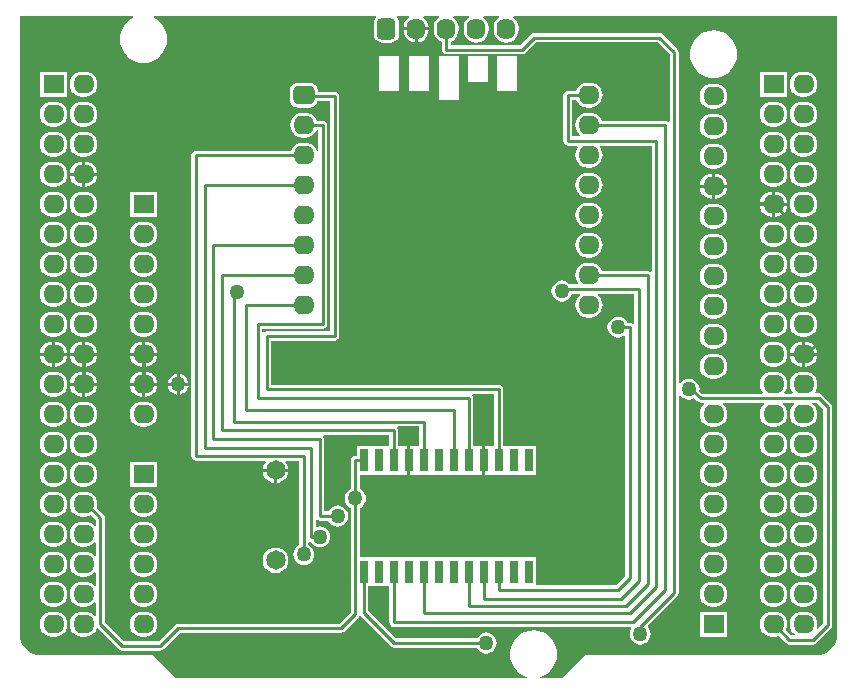
<source format=gbl>
G04*
G04 #@! TF.GenerationSoftware,Altium Limited,Altium Designer,18.1.6 (161)*
G04*
G04 Layer_Physical_Order=2*
G04 Layer_Color=16711680*
%FSTAX24Y24*%
%MOIN*%
G70*
G01*
G75*
%ADD10C,0.0100*%
%ADD30O,0.0709X0.0630*%
%ADD31R,0.0709X0.0630*%
G04:AMPARAMS|DCode=32|XSize=63mil|YSize=70.9mil|CornerRadius=15.7mil|HoleSize=0mil|Usage=FLASHONLY|Rotation=0.000|XOffset=0mil|YOffset=0mil|HoleType=Round|Shape=RoundedRectangle|*
%AMROUNDEDRECTD32*
21,1,0.0630,0.0394,0,0,0.0*
21,1,0.0315,0.0709,0,0,0.0*
1,1,0.0315,0.0157,-0.0197*
1,1,0.0315,-0.0157,-0.0197*
1,1,0.0315,-0.0157,0.0197*
1,1,0.0315,0.0157,0.0197*
%
%ADD32ROUNDEDRECTD32*%
%ADD33O,0.0630X0.0709*%
G04:AMPARAMS|DCode=34|XSize=63mil|YSize=70.9mil|CornerRadius=15.7mil|HoleSize=0mil|Usage=FLASHONLY|Rotation=270.000|XOffset=0mil|YOffset=0mil|HoleType=Round|Shape=RoundedRectangle|*
%AMROUNDEDRECTD34*
21,1,0.0630,0.0394,0,0,270.0*
21,1,0.0315,0.0709,0,0,270.0*
1,1,0.0315,-0.0197,-0.0157*
1,1,0.0315,-0.0197,0.0157*
1,1,0.0315,0.0197,0.0157*
1,1,0.0315,0.0197,-0.0157*
%
%ADD34ROUNDEDRECTD34*%
%ADD35O,0.0709X0.0630*%
%ADD36R,0.0256X0.0758*%
%ADD37C,0.0650*%
%ADD38C,0.0500*%
G36*
X057381Y02075D02*
X057383Y02074D01*
X057364Y020601D01*
X057332Y020523D01*
X057036Y020227D01*
X056958Y020195D01*
X056819Y020176D01*
X056809Y020178D01*
X049079D01*
X049079Y020178D01*
X04901Y020165D01*
X048953Y020126D01*
X048953Y020126D01*
X048217Y019391D01*
X047513D01*
X047506Y019441D01*
X047583Y019464D01*
X04772Y019538D01*
X04784Y019636D01*
X047939Y019756D01*
X048012Y019893D01*
X048057Y020042D01*
X048072Y020197D01*
X048057Y020352D01*
X048012Y0205D01*
X047939Y020637D01*
X04784Y020757D01*
X04772Y020856D01*
X047583Y020929D01*
X047434Y020974D01*
X04728Y02099D01*
X047125Y020974D01*
X046976Y020929D01*
X046839Y020856D01*
X046719Y020757D01*
X04662Y020637D01*
X046547Y0205D01*
X046502Y020352D01*
X046487Y020197D01*
X046502Y020042D01*
X046547Y019893D01*
X04662Y019756D01*
X046719Y019636D01*
X046839Y019538D01*
X046976Y019464D01*
X047053Y019441D01*
X047046Y019391D01*
X035373D01*
X034638Y020126D01*
X03458Y020165D01*
X034512Y020178D01*
X03075D01*
X03074Y020176D01*
X030601Y020195D01*
X030523Y020227D01*
X030227Y020523D01*
X030195Y020601D01*
X030176Y02074D01*
X030178Y02075D01*
Y041475D01*
X033931D01*
X033938Y041466D01*
X033926Y041402D01*
X033839Y041356D01*
X033719Y041257D01*
X03362Y041137D01*
X033547Y041D01*
X033502Y040852D01*
X033487Y040697D01*
X033502Y040542D01*
X033547Y040393D01*
X03362Y040256D01*
X033719Y040136D01*
X033839Y040038D01*
X033976Y039964D01*
X034125Y039919D01*
X03428Y039904D01*
X034434Y039919D01*
X034583Y039964D01*
X03472Y040038D01*
X03484Y040136D01*
X034939Y040256D01*
X035012Y040393D01*
X035057Y040542D01*
X035072Y040697D01*
X035057Y040852D01*
X035012Y041D01*
X034939Y041137D01*
X03484Y041257D01*
X03472Y041356D01*
X034633Y041402D01*
X034621Y041466D01*
X034628Y041475D01*
X042018D01*
X042035Y041425D01*
X042033Y041424D01*
X041992Y04137D01*
X041966Y041307D01*
X041957Y04124D01*
Y040846D01*
X041966Y040779D01*
X041992Y040717D01*
X042033Y040663D01*
X042087Y040622D01*
X042149Y040596D01*
X042217Y040587D01*
X042531D01*
X042599Y040596D01*
X042661Y040622D01*
X042715Y040663D01*
X042756Y040717D01*
X042782Y040779D01*
X042791Y040846D01*
Y04124D01*
X042782Y041307D01*
X042756Y04137D01*
X042715Y041424D01*
X042713Y041425D01*
X04273Y041475D01*
X043122D01*
X043139Y041425D01*
X043078Y041379D01*
X043012Y041292D01*
X04297Y041191D01*
X042957Y041093D01*
X043791D01*
X043778Y041191D01*
X043736Y041292D01*
X04367Y041379D01*
X043609Y041425D01*
X043626Y041475D01*
X044122D01*
X044139Y041425D01*
X044078Y041379D01*
X044012Y041292D01*
X04397Y041191D01*
X043955Y041083D01*
Y041004D01*
X04397Y040896D01*
X044012Y040795D01*
X044078Y040708D01*
X044165Y040641D01*
X044221Y040618D01*
Y040354D01*
X044233Y040296D01*
X044266Y040246D01*
X044315Y040213D01*
X044374Y040201D01*
X046902D01*
X04696Y040213D01*
X04701Y040246D01*
X047359Y040595D01*
X051413D01*
X051816Y040193D01*
Y037975D01*
X051814Y037974D01*
X051766Y037953D01*
X051732Y037976D01*
X051673Y037988D01*
X049549D01*
X049526Y038044D01*
X049459Y038131D01*
X049373Y038197D01*
X049272Y038239D01*
X049163Y038253D01*
X049085D01*
X048976Y038239D01*
X048875Y038197D01*
X048789Y038131D01*
X048722Y038044D01*
X04868Y037943D01*
X048666Y037835D01*
X04868Y037726D01*
X048722Y037625D01*
X048789Y037539D01*
X048831Y037506D01*
X048814Y037456D01*
X048578D01*
Y038682D01*
X048699D01*
X048722Y038625D01*
X048789Y038539D01*
X048875Y038472D01*
X048976Y03843D01*
X049085Y038416D01*
X049163D01*
X049272Y03843D01*
X049373Y038472D01*
X049459Y038539D01*
X049526Y038625D01*
X049568Y038726D01*
X049582Y038835D01*
X049568Y038943D01*
X049526Y039044D01*
X049459Y039131D01*
X049373Y039197D01*
X049272Y039239D01*
X049163Y039253D01*
X049085D01*
X048976Y039239D01*
X048875Y039197D01*
X048789Y039131D01*
X048722Y039044D01*
X048699Y038988D01*
X048425D01*
X048367Y038976D01*
X048317Y038943D01*
X048284Y038893D01*
X048272Y038835D01*
Y037303D01*
X048284Y037245D01*
X048317Y037195D01*
X048367Y037162D01*
X048425Y03715D01*
X048741D01*
X048765Y0371D01*
X048722Y037044D01*
X04868Y036943D01*
X048666Y036835D01*
X04868Y036726D01*
X048722Y036625D01*
X048789Y036539D01*
X048875Y036472D01*
X048976Y03643D01*
X049085Y036416D01*
X049163D01*
X049272Y03643D01*
X049373Y036472D01*
X049459Y036539D01*
X049526Y036625D01*
X049568Y036726D01*
X049582Y036835D01*
X049568Y036943D01*
X049526Y037044D01*
X049483Y0371D01*
X049507Y03715D01*
X051225D01*
Y032975D01*
X051224Y032974D01*
X051175Y032953D01*
X051141Y032976D01*
X051083Y032988D01*
X049549D01*
X049526Y033044D01*
X049459Y033131D01*
X049373Y033197D01*
X049272Y033239D01*
X049163Y033253D01*
X049085D01*
X048976Y033239D01*
X048875Y033197D01*
X048789Y033131D01*
X048722Y033044D01*
X04868Y032943D01*
X048666Y032835D01*
X04868Y032726D01*
X048722Y032625D01*
X048763Y032573D01*
X048738Y032523D01*
X048503D01*
X048478Y032555D01*
X048405Y032611D01*
X04832Y032646D01*
X048228Y032658D01*
X048137Y032646D01*
X048052Y032611D01*
X047979Y032555D01*
X047923Y032482D01*
X047887Y032397D01*
X047875Y032305D01*
X047887Y032214D01*
X047923Y032129D01*
X047979Y032056D01*
X048052Y031999D01*
X048137Y031964D01*
X048228Y031952D01*
X04832Y031964D01*
X048405Y031999D01*
X048478Y032056D01*
X048534Y032129D01*
X048569Y032214D01*
X04857Y032217D01*
X048819D01*
X048836Y032167D01*
X048789Y032131D01*
X048722Y032044D01*
X04868Y031943D01*
X048666Y031835D01*
X04868Y031726D01*
X048722Y031625D01*
X048789Y031539D01*
X048875Y031472D01*
X048976Y03143D01*
X049085Y031416D01*
X049163D01*
X049272Y03143D01*
X049373Y031472D01*
X049459Y031539D01*
X049526Y031625D01*
X049568Y031726D01*
X049582Y031835D01*
X049568Y031943D01*
X049526Y032044D01*
X049459Y032131D01*
X049412Y032167D01*
X049429Y032217D01*
X050634D01*
Y031243D01*
X050633Y031242D01*
X050584Y031221D01*
X050551Y031244D01*
X050492Y031255D01*
X050414D01*
X050404Y031279D01*
X050348Y031352D01*
X050275Y031408D01*
X05019Y031443D01*
X050098Y031455D01*
X050007Y031443D01*
X049922Y031408D01*
X049849Y031352D01*
X049793Y031279D01*
X049757Y031194D01*
X049745Y031102D01*
X049757Y031011D01*
X049793Y030926D01*
X049849Y030853D01*
X049922Y030797D01*
X050007Y030761D01*
X050098Y030749D01*
X05019Y030761D01*
X050275Y030797D01*
X050294Y030812D01*
X050339Y030789D01*
Y0228D01*
X050035Y022495D01*
X047352D01*
Y023427D01*
X046896D01*
Y023427D01*
X046852D01*
Y023427D01*
X046396D01*
Y023427D01*
X046352D01*
Y023427D01*
X045896D01*
Y023427D01*
X045852D01*
Y023427D01*
X045396D01*
Y023427D01*
X045352D01*
Y023427D01*
X044902D01*
X044896Y023427D01*
X044852D01*
X044846Y023427D01*
X044402D01*
X044396Y023427D01*
X044352D01*
X044346Y023427D01*
X043902D01*
X043896Y023427D01*
X043852D01*
X043846Y023427D01*
X043402D01*
X043396Y023427D01*
X043352D01*
X043346Y023427D01*
X042902D01*
X042896Y023427D01*
X042852D01*
X042846Y023427D01*
X042402D01*
X042396Y023427D01*
X042352D01*
X042346Y023427D01*
X041902D01*
X041896Y023427D01*
X041852D01*
X041846Y023427D01*
X041492D01*
Y025078D01*
X041515Y025088D01*
X041588Y025144D01*
X041644Y025217D01*
X04168Y025302D01*
X041692Y025394D01*
X04168Y025485D01*
X041644Y02557D01*
X041588Y025643D01*
X041515Y025699D01*
X041492Y025709D01*
Y026179D01*
X041846D01*
X041852Y026179D01*
X041896D01*
X041902Y026179D01*
X042346D01*
X042352Y026179D01*
X042396D01*
X042402Y026179D01*
X042846D01*
X042852Y026179D01*
X042896D01*
X042902Y026179D01*
X043074D01*
Y026658D01*
Y027137D01*
X042902D01*
X042896Y027137D01*
X042852D01*
X042846Y027137D01*
X042777D01*
Y027657D01*
X042765Y027716D01*
X042743Y02775D01*
X042764Y027798D01*
X042765Y0278D01*
X043471D01*
Y027137D01*
X043402D01*
X043396Y027137D01*
X043352D01*
X043346Y027137D01*
X043174D01*
Y026658D01*
Y026179D01*
X043346D01*
X043352Y026179D01*
X043396D01*
X043402Y026179D01*
X043846D01*
X043852Y026179D01*
X043896D01*
X043902Y026179D01*
X044346D01*
X044352Y026179D01*
X044396D01*
X044402Y026179D01*
X044846D01*
X044852Y026179D01*
X044896D01*
X044902Y026179D01*
X045346D01*
X045352Y026179D01*
X045396D01*
X045402Y026179D01*
X045574D01*
Y026658D01*
Y027137D01*
X045402D01*
X045396Y027137D01*
X045352D01*
X045346Y027137D01*
X045277D01*
Y02874D01*
X045265Y028799D01*
X045243Y028832D01*
X045264Y028881D01*
X045265Y028882D01*
X045971D01*
Y027137D01*
X045902D01*
X045896Y027137D01*
X045852D01*
X045846Y027137D01*
X045674D01*
Y026658D01*
Y026179D01*
X045846D01*
X045852Y026179D01*
X045896D01*
X045902Y026179D01*
X046346D01*
X046352Y026179D01*
X046396D01*
X046402Y026179D01*
X046846D01*
X046852Y026179D01*
X046896D01*
X046902Y026179D01*
X047352D01*
Y027137D01*
X046902D01*
X046896Y027137D01*
X046852D01*
X046846Y027137D01*
X046402D01*
X046396Y027137D01*
X046352D01*
X046346Y027137D01*
X046277D01*
Y029035D01*
X046265Y029094D01*
X046232Y029144D01*
X046183Y029177D01*
X046124Y029188D01*
X038539D01*
Y030654D01*
X04065D01*
X040708Y030666D01*
X040758Y030699D01*
X040791Y030749D01*
X040803Y030807D01*
Y038795D01*
X040791Y038854D01*
X040758Y038903D01*
X040708Y038937D01*
X04065Y038948D01*
X040081D01*
Y038992D01*
X040072Y039059D01*
X040046Y039122D01*
X040005Y039176D01*
X039951Y039217D01*
X039888Y039243D01*
X039821Y039252D01*
X039427D01*
X03936Y039243D01*
X039297Y039217D01*
X039244Y039176D01*
X039202Y039122D01*
X039176Y039059D01*
X039167Y038992D01*
Y038677D01*
X039176Y03861D01*
X039202Y038547D01*
X039244Y038494D01*
X039297Y038452D01*
X03936Y038426D01*
X039427Y038417D01*
X039821D01*
X039888Y038426D01*
X039951Y038452D01*
X040005Y038494D01*
X040046Y038547D01*
X040072Y03861D01*
X040076Y038642D01*
X040497D01*
Y03096D01*
X038386D01*
X038327Y030948D01*
X038293Y030926D01*
X038245Y030947D01*
X038243Y030948D01*
Y031048D01*
X040256D01*
X040314Y031059D01*
X040364Y031093D01*
X040397Y031142D01*
X040409Y031201D01*
Y037835D01*
X040397Y037893D01*
X040364Y037943D01*
X040314Y037976D01*
X040256Y037988D01*
X040049D01*
X040026Y038044D01*
X039959Y038131D01*
X039873Y038197D01*
X039772Y038239D01*
X039663Y038253D01*
X039585D01*
X039476Y038239D01*
X039375Y038197D01*
X039289Y038131D01*
X039222Y038044D01*
X03918Y037943D01*
X039166Y037835D01*
X03918Y037726D01*
X039222Y037625D01*
X039289Y037539D01*
X039375Y037472D01*
X039476Y03743D01*
X039585Y037416D01*
X039663D01*
X039772Y03743D01*
X039873Y037472D01*
X039959Y037539D01*
X040026Y037625D01*
X040049Y037682D01*
X040103D01*
Y036988D01*
X040053Y036978D01*
X040026Y037044D01*
X039959Y037131D01*
X039873Y037197D01*
X039772Y037239D01*
X039663Y037253D01*
X039585D01*
X039476Y037239D01*
X039375Y037197D01*
X039289Y037131D01*
X039222Y037044D01*
X039199Y036988D01*
X036024D01*
X035965Y036976D01*
X035915Y036943D01*
X035882Y036893D01*
X035871Y036835D01*
Y026802D01*
X035882Y026743D01*
X035915Y026694D01*
X035965Y02666D01*
X036024Y026649D01*
X03833D01*
X038354Y026599D01*
X03831Y026541D01*
X038267Y026438D01*
X038259Y026377D01*
X038681D01*
X039103D01*
X039095Y026438D01*
X039052Y026541D01*
X039008Y026599D01*
X039033Y026649D01*
X039471D01*
Y023839D01*
X039448Y023829D01*
X039374Y023773D01*
X039318Y0237D01*
X039283Y023615D01*
X039271Y023524D01*
X039283Y023432D01*
X039318Y023347D01*
X039374Y023274D01*
X039448Y023218D01*
X039533Y023183D01*
X039624Y023171D01*
X039715Y023183D01*
X039801Y023218D01*
X039874Y023274D01*
X03993Y023347D01*
X039965Y023432D01*
X039977Y023524D01*
X039965Y023615D01*
X03993Y0237D01*
X039874Y023773D01*
X039801Y023829D01*
X039777Y023839D01*
Y023903D01*
X039824Y023942D01*
X039852Y023938D01*
X039908Y023865D01*
X039981Y023808D01*
X040066Y023773D01*
X040157Y023761D01*
X040249Y023773D01*
X040334Y023808D01*
X040407Y023865D01*
X040463Y023938D01*
X040498Y024023D01*
X040511Y024114D01*
X040498Y024206D01*
X040463Y024291D01*
X040407Y024364D01*
X040334Y02442D01*
X040249Y024455D01*
X040157Y024467D01*
X040066Y024455D01*
X040057Y024451D01*
X040015Y024479D01*
Y024662D01*
X040017Y024664D01*
X040065Y024684D01*
X040099Y024662D01*
X040157Y02465D01*
X040433D01*
X040442Y024627D01*
X040498Y024554D01*
X040572Y024497D01*
X040657Y024462D01*
X040748Y02445D01*
X040839Y024462D01*
X040925Y024497D01*
X040998Y024554D01*
X041054Y024627D01*
X041089Y024712D01*
X041101Y024803D01*
X041089Y024895D01*
X041054Y02498D01*
X040998Y025053D01*
X040925Y025109D01*
X040839Y025144D01*
X040748Y025156D01*
X040657Y025144D01*
X040572Y025109D01*
X040498Y025053D01*
X040442Y02498D01*
X040433Y024956D01*
X04031D01*
Y027362D01*
X040299Y027421D01*
X040276Y027455D01*
X040297Y027503D01*
X040298Y027505D01*
X042471D01*
Y027137D01*
X042402D01*
X042396Y027137D01*
X042352D01*
X042346Y027137D01*
X041902D01*
X041896Y027137D01*
X041852D01*
X041846Y027137D01*
X041396D01*
Y026811D01*
X041339D01*
X04128Y0268D01*
X04123Y026766D01*
X041197Y026717D01*
X041186Y026658D01*
Y025709D01*
X041162Y025699D01*
X041089Y025643D01*
X041033Y02557D01*
X040998Y025485D01*
X040986Y025394D01*
X040998Y025302D01*
X041033Y025217D01*
X041089Y025144D01*
X041162Y025088D01*
X041186Y025078D01*
Y021618D01*
X040783Y021216D01*
X035433D01*
X035375Y021204D01*
X035325Y021171D01*
X034779Y020625D01*
X033626D01*
X032996Y021256D01*
Y024736D01*
X032984Y024795D01*
X032951Y024844D01*
X032718Y025077D01*
X032723Y025089D01*
X032737Y025197D01*
X032723Y025305D01*
X032681Y025406D01*
X032615Y025493D01*
X032528Y025559D01*
X032427Y025601D01*
X032319Y025615D01*
X03224D01*
X032132Y025601D01*
X032031Y025559D01*
X031944Y025493D01*
X031878Y025406D01*
X031836Y025305D01*
X031822Y025197D01*
X031836Y025089D01*
X031878Y024988D01*
X031944Y024901D01*
X032031Y024834D01*
X032132Y024793D01*
X03224Y024778D01*
X032319D01*
X032427Y024793D01*
X032528Y024834D01*
X03269Y024673D01*
Y024477D01*
X03264Y02446D01*
X032615Y024493D01*
X032528Y024559D01*
X032427Y024601D01*
X032319Y024615D01*
X03224D01*
X032132Y024601D01*
X032031Y024559D01*
X031944Y024493D01*
X031878Y024406D01*
X031836Y024305D01*
X031822Y024197D01*
X031836Y024089D01*
X031878Y023988D01*
X031944Y023901D01*
X032031Y023834D01*
X032132Y023793D01*
X03224Y023778D01*
X032319D01*
X032427Y023793D01*
X032528Y023834D01*
X032615Y023901D01*
X03264Y023933D01*
X03269Y023916D01*
Y023477D01*
X03264Y02346D01*
X032615Y023493D01*
X032528Y023559D01*
X032427Y023601D01*
X032319Y023615D01*
X03224D01*
X032132Y023601D01*
X032031Y023559D01*
X031944Y023493D01*
X031878Y023406D01*
X031836Y023305D01*
X031822Y023197D01*
X031836Y023089D01*
X031878Y022988D01*
X031944Y022901D01*
X032031Y022834D01*
X032132Y022793D01*
X03224Y022778D01*
X032319D01*
X032427Y022793D01*
X032528Y022834D01*
X032615Y022901D01*
X03264Y022933D01*
X03269Y022916D01*
Y022477D01*
X03264Y02246D01*
X032615Y022493D01*
X032528Y022559D01*
X032427Y022601D01*
X032319Y022615D01*
X03224D01*
X032132Y022601D01*
X032031Y022559D01*
X031944Y022493D01*
X031878Y022406D01*
X031836Y022305D01*
X031822Y022197D01*
X031836Y022089D01*
X031878Y021988D01*
X031944Y021901D01*
X032031Y021834D01*
X032132Y021793D01*
X03224Y021778D01*
X032319D01*
X032427Y021793D01*
X032528Y021834D01*
X032615Y021901D01*
X03264Y021933D01*
X03269Y021916D01*
Y021477D01*
X03264Y02146D01*
X032615Y021493D01*
X032528Y021559D01*
X032427Y021601D01*
X032319Y021615D01*
X03224D01*
X032132Y021601D01*
X032031Y021559D01*
X031944Y021493D01*
X031878Y021406D01*
X031836Y021305D01*
X031822Y021197D01*
X031836Y021089D01*
X031878Y020988D01*
X031944Y020901D01*
X032031Y020834D01*
X032132Y020793D01*
X03224Y020778D01*
X032319D01*
X032427Y020793D01*
X032528Y020834D01*
X032615Y020901D01*
X032681Y020988D01*
X032705Y021044D01*
X032764Y021056D01*
X033455Y020364D01*
X033504Y020331D01*
X033563Y020319D01*
X034843D01*
X034901Y020331D01*
X034951Y020364D01*
X035496Y02091D01*
X040846D01*
X040905Y020922D01*
X040955Y020955D01*
X041447Y021447D01*
X041455Y021459D01*
X041515D01*
X041516Y021457D01*
X04251Y020463D01*
X04256Y02043D01*
X042618Y020418D01*
X045381D01*
X045391Y020394D01*
X045447Y020321D01*
X04552Y020265D01*
X045605Y02023D01*
X045696Y020218D01*
X045788Y02023D01*
X045873Y020265D01*
X045946Y020321D01*
X046002Y020394D01*
X046037Y02048D01*
X046049Y020571D01*
X046037Y020662D01*
X046002Y020747D01*
X045946Y02082D01*
X045873Y020877D01*
X045788Y020912D01*
X045696Y020924D01*
X045605Y020912D01*
X04552Y020877D01*
X045447Y02082D01*
X045391Y020747D01*
X045381Y020724D01*
X042681D01*
X041777Y021628D01*
Y022469D01*
X041846D01*
X041852Y022469D01*
X041896D01*
X041902Y022469D01*
X042346D01*
X042352Y022469D01*
X042396D01*
X042402Y022469D01*
X042471D01*
Y02126D01*
X042483Y021201D01*
X042516Y021152D01*
X042565Y021119D01*
X042624Y021107D01*
X050519D01*
X050541Y021062D01*
X050526Y021043D01*
X050491Y020958D01*
X050479Y020866D01*
X050491Y020775D01*
X050526Y02069D01*
X050582Y020617D01*
X050655Y02056D01*
X05074Y020525D01*
X050832Y020513D01*
X050923Y020525D01*
X051008Y02056D01*
X051081Y020617D01*
X051137Y02069D01*
X051173Y020775D01*
X051185Y020866D01*
X051173Y020958D01*
X051137Y021043D01*
X051081Y021116D01*
X05108Y021139D01*
X052077Y022136D01*
X05211Y022186D01*
X052121Y022244D01*
Y02882D01*
X052171Y028837D01*
X052211Y028786D01*
X052284Y02873D01*
X052369Y028694D01*
X052461Y028682D01*
X052552Y028694D01*
X052633Y028728D01*
X052738Y028624D01*
X052788Y028591D01*
X052846Y028579D01*
X052974D01*
X052991Y028529D01*
X052944Y028493D01*
X052878Y028406D01*
X052836Y028305D01*
X052822Y028197D01*
X052836Y028089D01*
X052878Y027988D01*
X052944Y027901D01*
X053031Y027834D01*
X053132Y027793D01*
X05324Y027778D01*
X053319D01*
X053427Y027793D01*
X053528Y027834D01*
X053615Y027901D01*
X053681Y027988D01*
X053723Y028089D01*
X053737Y028197D01*
X053723Y028305D01*
X053681Y028406D01*
X053615Y028493D01*
X053568Y028529D01*
X053585Y028579D01*
X054974D01*
X054991Y028529D01*
X054944Y028493D01*
X054878Y028406D01*
X054836Y028305D01*
X054822Y028197D01*
X054836Y028089D01*
X054878Y027988D01*
X054944Y027901D01*
X055031Y027834D01*
X055132Y027793D01*
X05524Y027778D01*
X055319D01*
X055427Y027793D01*
X055528Y027834D01*
X055615Y027901D01*
X055681Y027988D01*
X055723Y028089D01*
X055737Y028197D01*
X055723Y028305D01*
X055681Y028406D01*
X055615Y028493D01*
X055568Y028529D01*
X055585Y028579D01*
X055974D01*
X055991Y028529D01*
X055944Y028493D01*
X055878Y028406D01*
X055836Y028305D01*
X055822Y028197D01*
X055836Y028089D01*
X055878Y027988D01*
X055944Y027901D01*
X056031Y027834D01*
X056132Y027793D01*
X05624Y027778D01*
X056319D01*
X056427Y027793D01*
X056528Y027834D01*
X056615Y027901D01*
X056681Y027988D01*
X056723Y028089D01*
X056737Y028197D01*
X056723Y028305D01*
X056681Y028406D01*
X056615Y028493D01*
X056557Y028537D01*
X056557Y028538D01*
X056574Y028587D01*
X056728D01*
X056934Y028382D01*
Y021225D01*
X056763Y021054D01*
X056721Y021082D01*
X056723Y021089D01*
X056737Y021197D01*
X056723Y021305D01*
X056681Y021406D01*
X056615Y021493D01*
X056528Y021559D01*
X056427Y021601D01*
X056319Y021615D01*
X05624D01*
X056132Y021601D01*
X056031Y021559D01*
X055944Y021493D01*
X055878Y021406D01*
X055836Y021305D01*
X055822Y021197D01*
X055836Y021089D01*
X055878Y020988D01*
X055944Y020901D01*
X055982Y020872D01*
X055965Y020822D01*
X05587D01*
X055688Y021004D01*
X055723Y021089D01*
X055737Y021197D01*
X055723Y021305D01*
X055681Y021406D01*
X055615Y021493D01*
X055528Y021559D01*
X055427Y021601D01*
X055319Y021615D01*
X05524D01*
X055132Y021601D01*
X055031Y021559D01*
X054944Y021493D01*
X054878Y021406D01*
X054836Y021305D01*
X054822Y021197D01*
X054836Y021089D01*
X054878Y020988D01*
X054944Y020901D01*
X055031Y020834D01*
X055132Y020793D01*
X05524Y020778D01*
X055319D01*
X055427Y020793D01*
X055456Y020804D01*
X055699Y020561D01*
X055749Y020528D01*
X055807Y020516D01*
X056594D01*
X056653Y020528D01*
X056703Y020561D01*
X057195Y021053D01*
X057228Y021103D01*
X05724Y021161D01*
Y028445D01*
X057228Y028503D01*
X057195Y028553D01*
X056899Y028848D01*
X05685Y028881D01*
X056791Y028893D01*
X056672D01*
X056647Y028943D01*
X056681Y028988D01*
X056723Y029089D01*
X056737Y029197D01*
X056723Y029305D01*
X056681Y029406D01*
X056615Y029493D01*
X056528Y029559D01*
X056427Y029601D01*
X056319Y029615D01*
X05624D01*
X056132Y029601D01*
X056031Y029559D01*
X055944Y029493D01*
X055878Y029406D01*
X055836Y029305D01*
X055822Y029197D01*
X055836Y029089D01*
X055878Y028988D01*
X055918Y028935D01*
X055894Y028885D01*
X055666D01*
X055641Y028935D01*
X055681Y028988D01*
X055723Y029089D01*
X055737Y029197D01*
X055723Y029305D01*
X055681Y029406D01*
X055615Y029493D01*
X055528Y029559D01*
X055427Y029601D01*
X055319Y029615D01*
X05524D01*
X055132Y029601D01*
X055031Y029559D01*
X054944Y029493D01*
X054878Y029406D01*
X054836Y029305D01*
X054822Y029197D01*
X054836Y029089D01*
X054878Y028988D01*
X054918Y028935D01*
X054894Y028885D01*
X052909D01*
X052807Y028987D01*
X052814Y029035D01*
X052802Y029127D01*
X052766Y029212D01*
X05271Y029285D01*
X052637Y029341D01*
X052552Y029376D01*
X052461Y029388D01*
X052369Y029376D01*
X052284Y029341D01*
X052211Y029285D01*
X052171Y029233D01*
X052121Y02925D01*
Y040256D01*
X05211Y040314D01*
X052077Y040364D01*
X051585Y040856D01*
X051535Y040889D01*
X051476Y040901D01*
X047295D01*
X047237Y040889D01*
X047187Y040856D01*
X046838Y040507D01*
X044527D01*
Y040618D01*
X044583Y040641D01*
X04467Y040708D01*
X044736Y040795D01*
X044778Y040896D01*
X044793Y041004D01*
Y041083D01*
X044778Y041191D01*
X044736Y041292D01*
X04467Y041379D01*
X044609Y041425D01*
X044626Y041475D01*
X045122D01*
X045139Y041425D01*
X045078Y041379D01*
X045012Y041292D01*
X04497Y041191D01*
X044955Y041083D01*
Y041004D01*
X04497Y040896D01*
X045012Y040795D01*
X045078Y040708D01*
X045165Y040641D01*
X045266Y0406D01*
X045374Y040585D01*
X045482Y0406D01*
X045583Y040641D01*
X04567Y040708D01*
X045736Y040795D01*
X045778Y040896D01*
X045793Y041004D01*
Y041083D01*
X045778Y041191D01*
X045736Y041292D01*
X04567Y041379D01*
X045609Y041425D01*
X045626Y041475D01*
X046122D01*
X046139Y041425D01*
X046078Y041379D01*
X046012Y041292D01*
X04597Y041191D01*
X045955Y041083D01*
Y041004D01*
X04597Y040896D01*
X046012Y040795D01*
X046078Y040708D01*
X046165Y040641D01*
X046266Y0406D01*
X046374Y040585D01*
X046482Y0406D01*
X046583Y040641D01*
X04667Y040708D01*
X046736Y040795D01*
X046778Y040896D01*
X046793Y041004D01*
Y041083D01*
X046778Y041191D01*
X046736Y041292D01*
X04667Y041379D01*
X046609Y041425D01*
X046626Y041475D01*
X057381D01*
Y02075D01*
D02*
G37*
%LPC*%
G36*
X043791Y040993D02*
X043424D01*
Y040592D01*
X043482Y0406D01*
X043583Y040641D01*
X04367Y040708D01*
X043736Y040795D01*
X043778Y040896D01*
X043791Y040993D01*
D02*
G37*
G36*
X043324D02*
X042957D01*
X04297Y040896D01*
X043012Y040795D01*
X043078Y040708D01*
X043165Y040641D01*
X043266Y0406D01*
X043324Y040592D01*
Y040993D01*
D02*
G37*
G36*
X05328Y04099D02*
X053125Y040974D01*
X052976Y040929D01*
X052839Y040856D01*
X052719Y040757D01*
X05262Y040637D01*
X052547Y0405D01*
X052502Y040352D01*
X052487Y040197D01*
X052502Y040042D01*
X052547Y039893D01*
X05262Y039756D01*
X052719Y039636D01*
X052839Y039538D01*
X052976Y039464D01*
X053125Y039419D01*
X05328Y039404D01*
X053434Y039419D01*
X053583Y039464D01*
X05372Y039538D01*
X05384Y039636D01*
X053939Y039756D01*
X054012Y039893D01*
X054057Y040042D01*
X054072Y040197D01*
X054057Y040352D01*
X054012Y0405D01*
X053939Y040637D01*
X05384Y040757D01*
X05372Y040856D01*
X053583Y040929D01*
X053434Y040974D01*
X05328Y04099D01*
D02*
G37*
G36*
X045751Y040141D02*
X045091D01*
Y039281D01*
X045751D01*
Y040141D01*
D02*
G37*
G36*
X046735D02*
X046075D01*
Y038981D01*
X046735D01*
Y040141D01*
D02*
G37*
G36*
X043782D02*
X043122D01*
Y038981D01*
X043782D01*
Y040141D01*
D02*
G37*
G36*
X042798D02*
X042138D01*
Y038981D01*
X042798D01*
Y040141D01*
D02*
G37*
G36*
X055734Y039612D02*
X054825D01*
Y038782D01*
X055734D01*
Y039612D01*
D02*
G37*
G36*
X031734D02*
X030825D01*
Y038782D01*
X031734D01*
Y039612D01*
D02*
G37*
G36*
X056319Y039615D02*
X05624D01*
X056132Y039601D01*
X056031Y039559D01*
X055944Y039493D01*
X055878Y039406D01*
X055836Y039305D01*
X055822Y039197D01*
X055836Y039089D01*
X055878Y038988D01*
X055944Y038901D01*
X056031Y038834D01*
X056132Y038793D01*
X05624Y038778D01*
X056319D01*
X056427Y038793D01*
X056528Y038834D01*
X056615Y038901D01*
X056681Y038988D01*
X056723Y039089D01*
X056737Y039197D01*
X056723Y039305D01*
X056681Y039406D01*
X056615Y039493D01*
X056528Y039559D01*
X056427Y039601D01*
X056319Y039615D01*
D02*
G37*
G36*
X032319D02*
X03224D01*
X032132Y039601D01*
X032031Y039559D01*
X031944Y039493D01*
X031878Y039406D01*
X031836Y039305D01*
X031822Y039197D01*
X031836Y039089D01*
X031878Y038988D01*
X031944Y038901D01*
X032031Y038834D01*
X032132Y038793D01*
X03224Y038778D01*
X032319D01*
X032427Y038793D01*
X032528Y038834D01*
X032615Y038901D01*
X032681Y038988D01*
X032723Y039089D01*
X032737Y039197D01*
X032723Y039305D01*
X032681Y039406D01*
X032615Y039493D01*
X032528Y039559D01*
X032427Y039601D01*
X032319Y039615D01*
D02*
G37*
G36*
X044804Y040141D02*
X044144D01*
Y038681D01*
X044804D01*
Y040141D01*
D02*
G37*
G36*
X053319Y039214D02*
X05324D01*
X053132Y0392D01*
X053031Y039158D01*
X052944Y039091D01*
X052878Y039005D01*
X052836Y038904D01*
X052822Y038795D01*
X052836Y038687D01*
X052878Y038586D01*
X052944Y038499D01*
X053031Y038433D01*
X053132Y038391D01*
X05324Y038377D01*
X053319D01*
X053427Y038391D01*
X053528Y038433D01*
X053615Y038499D01*
X053681Y038586D01*
X053723Y038687D01*
X053737Y038795D01*
X053723Y038904D01*
X053681Y039005D01*
X053615Y039091D01*
X053528Y039158D01*
X053427Y0392D01*
X053319Y039214D01*
D02*
G37*
G36*
X056319Y038615D02*
X05624D01*
X056132Y038601D01*
X056031Y038559D01*
X055944Y038493D01*
X055878Y038406D01*
X055836Y038305D01*
X055822Y038197D01*
X055836Y038089D01*
X055878Y037988D01*
X055944Y037901D01*
X056031Y037834D01*
X056132Y037793D01*
X05624Y037778D01*
X056319D01*
X056427Y037793D01*
X056528Y037834D01*
X056615Y037901D01*
X056681Y037988D01*
X056723Y038089D01*
X056737Y038197D01*
X056723Y038305D01*
X056681Y038406D01*
X056615Y038493D01*
X056528Y038559D01*
X056427Y038601D01*
X056319Y038615D01*
D02*
G37*
G36*
X055319D02*
X05524D01*
X055132Y038601D01*
X055031Y038559D01*
X054944Y038493D01*
X054878Y038406D01*
X054836Y038305D01*
X054822Y038197D01*
X054836Y038089D01*
X054878Y037988D01*
X054944Y037901D01*
X055031Y037834D01*
X055132Y037793D01*
X05524Y037778D01*
X055319D01*
X055427Y037793D01*
X055528Y037834D01*
X055615Y037901D01*
X055681Y037988D01*
X055723Y038089D01*
X055737Y038197D01*
X055723Y038305D01*
X055681Y038406D01*
X055615Y038493D01*
X055528Y038559D01*
X055427Y038601D01*
X055319Y038615D01*
D02*
G37*
G36*
X032319D02*
X03224D01*
X032132Y038601D01*
X032031Y038559D01*
X031944Y038493D01*
X031878Y038406D01*
X031836Y038305D01*
X031822Y038197D01*
X031836Y038089D01*
X031878Y037988D01*
X031944Y037901D01*
X032031Y037834D01*
X032132Y037793D01*
X03224Y037778D01*
X032319D01*
X032427Y037793D01*
X032528Y037834D01*
X032615Y037901D01*
X032681Y037988D01*
X032723Y038089D01*
X032737Y038197D01*
X032723Y038305D01*
X032681Y038406D01*
X032615Y038493D01*
X032528Y038559D01*
X032427Y038601D01*
X032319Y038615D01*
D02*
G37*
G36*
X031319D02*
X03124D01*
X031132Y038601D01*
X031031Y038559D01*
X030944Y038493D01*
X030878Y038406D01*
X030836Y038305D01*
X030822Y038197D01*
X030836Y038089D01*
X030878Y037988D01*
X030944Y037901D01*
X031031Y037834D01*
X031132Y037793D01*
X03124Y037778D01*
X031319D01*
X031427Y037793D01*
X031528Y037834D01*
X031615Y037901D01*
X031681Y037988D01*
X031723Y038089D01*
X031737Y038197D01*
X031723Y038305D01*
X031681Y038406D01*
X031615Y038493D01*
X031528Y038559D01*
X031427Y038601D01*
X031319Y038615D01*
D02*
G37*
G36*
X053319Y038214D02*
X05324D01*
X053132Y0382D01*
X053031Y038158D01*
X052944Y038091D01*
X052878Y038005D01*
X052836Y037904D01*
X052822Y037795D01*
X052836Y037687D01*
X052878Y037586D01*
X052944Y037499D01*
X053031Y037433D01*
X053132Y037391D01*
X05324Y037377D01*
X053319D01*
X053427Y037391D01*
X053528Y037433D01*
X053615Y037499D01*
X053681Y037586D01*
X053723Y037687D01*
X053737Y037795D01*
X053723Y037904D01*
X053681Y038005D01*
X053615Y038091D01*
X053528Y038158D01*
X053427Y0382D01*
X053319Y038214D01*
D02*
G37*
G36*
X056319Y037615D02*
X05624D01*
X056132Y037601D01*
X056031Y037559D01*
X055944Y037493D01*
X055878Y037406D01*
X055836Y037305D01*
X055822Y037197D01*
X055836Y037089D01*
X055878Y036988D01*
X055944Y036901D01*
X056031Y036834D01*
X056132Y036793D01*
X05624Y036778D01*
X056319D01*
X056427Y036793D01*
X056528Y036834D01*
X056615Y036901D01*
X056681Y036988D01*
X056723Y037089D01*
X056737Y037197D01*
X056723Y037305D01*
X056681Y037406D01*
X056615Y037493D01*
X056528Y037559D01*
X056427Y037601D01*
X056319Y037615D01*
D02*
G37*
G36*
X055319D02*
X05524D01*
X055132Y037601D01*
X055031Y037559D01*
X054944Y037493D01*
X054878Y037406D01*
X054836Y037305D01*
X054822Y037197D01*
X054836Y037089D01*
X054878Y036988D01*
X054944Y036901D01*
X055031Y036834D01*
X055132Y036793D01*
X05524Y036778D01*
X055319D01*
X055427Y036793D01*
X055528Y036834D01*
X055615Y036901D01*
X055681Y036988D01*
X055723Y037089D01*
X055737Y037197D01*
X055723Y037305D01*
X055681Y037406D01*
X055615Y037493D01*
X055528Y037559D01*
X055427Y037601D01*
X055319Y037615D01*
D02*
G37*
G36*
X032319D02*
X03224D01*
X032132Y037601D01*
X032031Y037559D01*
X031944Y037493D01*
X031878Y037406D01*
X031836Y037305D01*
X031822Y037197D01*
X031836Y037089D01*
X031878Y036988D01*
X031944Y036901D01*
X032031Y036834D01*
X032132Y036793D01*
X03224Y036778D01*
X032319D01*
X032427Y036793D01*
X032528Y036834D01*
X032615Y036901D01*
X032681Y036988D01*
X032723Y037089D01*
X032737Y037197D01*
X032723Y037305D01*
X032681Y037406D01*
X032615Y037493D01*
X032528Y037559D01*
X032427Y037601D01*
X032319Y037615D01*
D02*
G37*
G36*
X031319D02*
X03124D01*
X031132Y037601D01*
X031031Y037559D01*
X030944Y037493D01*
X030878Y037406D01*
X030836Y037305D01*
X030822Y037197D01*
X030836Y037089D01*
X030878Y036988D01*
X030944Y036901D01*
X031031Y036834D01*
X031132Y036793D01*
X03124Y036778D01*
X031319D01*
X031427Y036793D01*
X031528Y036834D01*
X031615Y036901D01*
X031681Y036988D01*
X031723Y037089D01*
X031737Y037197D01*
X031723Y037305D01*
X031681Y037406D01*
X031615Y037493D01*
X031528Y037559D01*
X031427Y037601D01*
X031319Y037615D01*
D02*
G37*
G36*
X053319Y037214D02*
X05324D01*
X053132Y0372D01*
X053031Y037158D01*
X052944Y037091D01*
X052878Y037005D01*
X052836Y036904D01*
X052822Y036795D01*
X052836Y036687D01*
X052878Y036586D01*
X052944Y036499D01*
X053031Y036433D01*
X053132Y036391D01*
X05324Y036377D01*
X053319D01*
X053427Y036391D01*
X053528Y036433D01*
X053615Y036499D01*
X053681Y036586D01*
X053723Y036687D01*
X053737Y036795D01*
X053723Y036904D01*
X053681Y037005D01*
X053615Y037091D01*
X053528Y037158D01*
X053427Y0372D01*
X053319Y037214D01*
D02*
G37*
G36*
X03233Y036614D02*
Y036247D01*
X032731D01*
X032723Y036305D01*
X032681Y036406D01*
X032615Y036493D01*
X032528Y036559D01*
X032427Y036601D01*
X03233Y036614D01*
D02*
G37*
G36*
X03223D02*
X032132Y036601D01*
X032031Y036559D01*
X031944Y036493D01*
X031878Y036406D01*
X031836Y036305D01*
X031828Y036247D01*
X03223D01*
Y036614D01*
D02*
G37*
G36*
X05333Y036212D02*
Y035845D01*
X053731D01*
X053723Y035904D01*
X053681Y036005D01*
X053615Y036091D01*
X053528Y036158D01*
X053427Y0362D01*
X05333Y036212D01*
D02*
G37*
G36*
X05323D02*
X053132Y0362D01*
X053031Y036158D01*
X052944Y036091D01*
X052878Y036005D01*
X052836Y035904D01*
X052828Y035845D01*
X05323D01*
Y036212D01*
D02*
G37*
G36*
X032731Y036147D02*
X03233D01*
Y03578D01*
X032427Y035793D01*
X032528Y035834D01*
X032615Y035901D01*
X032681Y035988D01*
X032723Y036089D01*
X032731Y036147D01*
D02*
G37*
G36*
X03223D02*
X031828D01*
X031836Y036089D01*
X031878Y035988D01*
X031944Y035901D01*
X032031Y035834D01*
X032132Y035793D01*
X03223Y03578D01*
Y036147D01*
D02*
G37*
G36*
X056319Y036615D02*
X05624D01*
X056132Y036601D01*
X056031Y036559D01*
X055944Y036493D01*
X055878Y036406D01*
X055836Y036305D01*
X055822Y036197D01*
X055836Y036089D01*
X055878Y035988D01*
X055944Y035901D01*
X056031Y035834D01*
X056132Y035793D01*
X05624Y035778D01*
X056319D01*
X056427Y035793D01*
X056528Y035834D01*
X056615Y035901D01*
X056681Y035988D01*
X056723Y036089D01*
X056737Y036197D01*
X056723Y036305D01*
X056681Y036406D01*
X056615Y036493D01*
X056528Y036559D01*
X056427Y036601D01*
X056319Y036615D01*
D02*
G37*
G36*
X055319D02*
X05524D01*
X055132Y036601D01*
X055031Y036559D01*
X054944Y036493D01*
X054878Y036406D01*
X054836Y036305D01*
X054822Y036197D01*
X054836Y036089D01*
X054878Y035988D01*
X054944Y035901D01*
X055031Y035834D01*
X055132Y035793D01*
X05524Y035778D01*
X055319D01*
X055427Y035793D01*
X055528Y035834D01*
X055615Y035901D01*
X055681Y035988D01*
X055723Y036089D01*
X055737Y036197D01*
X055723Y036305D01*
X055681Y036406D01*
X055615Y036493D01*
X055528Y036559D01*
X055427Y036601D01*
X055319Y036615D01*
D02*
G37*
G36*
X031319D02*
X03124D01*
X031132Y036601D01*
X031031Y036559D01*
X030944Y036493D01*
X030878Y036406D01*
X030836Y036305D01*
X030822Y036197D01*
X030836Y036089D01*
X030878Y035988D01*
X030944Y035901D01*
X031031Y035834D01*
X031132Y035793D01*
X03124Y035778D01*
X031319D01*
X031427Y035793D01*
X031528Y035834D01*
X031615Y035901D01*
X031681Y035988D01*
X031723Y036089D01*
X031737Y036197D01*
X031723Y036305D01*
X031681Y036406D01*
X031615Y036493D01*
X031528Y036559D01*
X031427Y036601D01*
X031319Y036615D01*
D02*
G37*
G36*
X049163Y036253D02*
X049085D01*
X048976Y036239D01*
X048875Y036197D01*
X048789Y036131D01*
X048722Y036044D01*
X04868Y035943D01*
X048666Y035835D01*
X04868Y035726D01*
X048722Y035625D01*
X048789Y035539D01*
X048875Y035472D01*
X048976Y03543D01*
X049085Y035416D01*
X049163D01*
X049272Y03543D01*
X049373Y035472D01*
X049459Y035539D01*
X049526Y035625D01*
X049568Y035726D01*
X049582Y035835D01*
X049568Y035943D01*
X049526Y036044D01*
X049459Y036131D01*
X049373Y036197D01*
X049272Y036239D01*
X049163Y036253D01*
D02*
G37*
G36*
X053731Y035745D02*
X05333D01*
Y035378D01*
X053427Y035391D01*
X053528Y035433D01*
X053615Y035499D01*
X053681Y035586D01*
X053723Y035687D01*
X053731Y035745D01*
D02*
G37*
G36*
X05323D02*
X052828D01*
X052836Y035687D01*
X052878Y035586D01*
X052944Y035499D01*
X053031Y035433D01*
X053132Y035391D01*
X05323Y035378D01*
Y035745D01*
D02*
G37*
G36*
X05533Y035614D02*
Y035247D01*
X055731D01*
X055723Y035305D01*
X055681Y035406D01*
X055615Y035493D01*
X055528Y035559D01*
X055427Y035601D01*
X05533Y035614D01*
D02*
G37*
G36*
X05523D02*
X055132Y035601D01*
X055031Y035559D01*
X054944Y035493D01*
X054878Y035406D01*
X054836Y035305D01*
X054828Y035247D01*
X05523D01*
Y035614D01*
D02*
G37*
G36*
X034734Y035612D02*
X033825D01*
Y034782D01*
X034734D01*
Y035612D01*
D02*
G37*
G36*
X055731Y035147D02*
X05533D01*
Y03478D01*
X055427Y034793D01*
X055528Y034834D01*
X055615Y034901D01*
X055681Y034988D01*
X055723Y035089D01*
X055731Y035147D01*
D02*
G37*
G36*
X05523D02*
X054828D01*
X054836Y035089D01*
X054878Y034988D01*
X054944Y034901D01*
X055031Y034834D01*
X055132Y034793D01*
X05523Y03478D01*
Y035147D01*
D02*
G37*
G36*
X056319Y035615D02*
X05624D01*
X056132Y035601D01*
X056031Y035559D01*
X055944Y035493D01*
X055878Y035406D01*
X055836Y035305D01*
X055822Y035197D01*
X055836Y035089D01*
X055878Y034988D01*
X055944Y034901D01*
X056031Y034834D01*
X056132Y034793D01*
X05624Y034778D01*
X056319D01*
X056427Y034793D01*
X056528Y034834D01*
X056615Y034901D01*
X056681Y034988D01*
X056723Y035089D01*
X056737Y035197D01*
X056723Y035305D01*
X056681Y035406D01*
X056615Y035493D01*
X056528Y035559D01*
X056427Y035601D01*
X056319Y035615D01*
D02*
G37*
G36*
X032319D02*
X03224D01*
X032132Y035601D01*
X032031Y035559D01*
X031944Y035493D01*
X031878Y035406D01*
X031836Y035305D01*
X031822Y035197D01*
X031836Y035089D01*
X031878Y034988D01*
X031944Y034901D01*
X032031Y034834D01*
X032132Y034793D01*
X03224Y034778D01*
X032319D01*
X032427Y034793D01*
X032528Y034834D01*
X032615Y034901D01*
X032681Y034988D01*
X032723Y035089D01*
X032737Y035197D01*
X032723Y035305D01*
X032681Y035406D01*
X032615Y035493D01*
X032528Y035559D01*
X032427Y035601D01*
X032319Y035615D01*
D02*
G37*
G36*
X031319D02*
X03124D01*
X031132Y035601D01*
X031031Y035559D01*
X030944Y035493D01*
X030878Y035406D01*
X030836Y035305D01*
X030822Y035197D01*
X030836Y035089D01*
X030878Y034988D01*
X030944Y034901D01*
X031031Y034834D01*
X031132Y034793D01*
X03124Y034778D01*
X031319D01*
X031427Y034793D01*
X031528Y034834D01*
X031615Y034901D01*
X031681Y034988D01*
X031723Y035089D01*
X031737Y035197D01*
X031723Y035305D01*
X031681Y035406D01*
X031615Y035493D01*
X031528Y035559D01*
X031427Y035601D01*
X031319Y035615D01*
D02*
G37*
G36*
X049163Y035253D02*
X049085D01*
X048976Y035239D01*
X048875Y035197D01*
X048789Y035131D01*
X048722Y035044D01*
X04868Y034943D01*
X048666Y034835D01*
X04868Y034726D01*
X048722Y034625D01*
X048789Y034539D01*
X048875Y034472D01*
X048976Y03443D01*
X049085Y034416D01*
X049163D01*
X049272Y03443D01*
X049373Y034472D01*
X049459Y034539D01*
X049526Y034625D01*
X049568Y034726D01*
X049582Y034835D01*
X049568Y034943D01*
X049526Y035044D01*
X049459Y035131D01*
X049373Y035197D01*
X049272Y035239D01*
X049163Y035253D01*
D02*
G37*
G36*
X053319Y035214D02*
X05324D01*
X053132Y0352D01*
X053031Y035158D01*
X052944Y035091D01*
X052878Y035005D01*
X052836Y034904D01*
X052822Y034795D01*
X052836Y034687D01*
X052878Y034586D01*
X052944Y034499D01*
X053031Y034433D01*
X053132Y034391D01*
X05324Y034377D01*
X053319D01*
X053427Y034391D01*
X053528Y034433D01*
X053615Y034499D01*
X053681Y034586D01*
X053723Y034687D01*
X053737Y034795D01*
X053723Y034904D01*
X053681Y035005D01*
X053615Y035091D01*
X053528Y035158D01*
X053427Y0352D01*
X053319Y035214D01*
D02*
G37*
G36*
X056319Y034615D02*
X05624D01*
X056132Y034601D01*
X056031Y034559D01*
X055944Y034493D01*
X055878Y034406D01*
X055836Y034305D01*
X055822Y034197D01*
X055836Y034089D01*
X055878Y033988D01*
X055944Y033901D01*
X056031Y033834D01*
X056132Y033793D01*
X05624Y033778D01*
X056319D01*
X056427Y033793D01*
X056528Y033834D01*
X056615Y033901D01*
X056681Y033988D01*
X056723Y034089D01*
X056737Y034197D01*
X056723Y034305D01*
X056681Y034406D01*
X056615Y034493D01*
X056528Y034559D01*
X056427Y034601D01*
X056319Y034615D01*
D02*
G37*
G36*
X055319D02*
X05524D01*
X055132Y034601D01*
X055031Y034559D01*
X054944Y034493D01*
X054878Y034406D01*
X054836Y034305D01*
X054822Y034197D01*
X054836Y034089D01*
X054878Y033988D01*
X054944Y033901D01*
X055031Y033834D01*
X055132Y033793D01*
X05524Y033778D01*
X055319D01*
X055427Y033793D01*
X055528Y033834D01*
X055615Y033901D01*
X055681Y033988D01*
X055723Y034089D01*
X055737Y034197D01*
X055723Y034305D01*
X055681Y034406D01*
X055615Y034493D01*
X055528Y034559D01*
X055427Y034601D01*
X055319Y034615D01*
D02*
G37*
G36*
X034319D02*
X03424D01*
X034132Y034601D01*
X034031Y034559D01*
X033944Y034493D01*
X033878Y034406D01*
X033836Y034305D01*
X033822Y034197D01*
X033836Y034089D01*
X033878Y033988D01*
X033944Y033901D01*
X034031Y033834D01*
X034132Y033793D01*
X03424Y033778D01*
X034319D01*
X034427Y033793D01*
X034528Y033834D01*
X034615Y033901D01*
X034681Y033988D01*
X034723Y034089D01*
X034737Y034197D01*
X034723Y034305D01*
X034681Y034406D01*
X034615Y034493D01*
X034528Y034559D01*
X034427Y034601D01*
X034319Y034615D01*
D02*
G37*
G36*
X032319D02*
X03224D01*
X032132Y034601D01*
X032031Y034559D01*
X031944Y034493D01*
X031878Y034406D01*
X031836Y034305D01*
X031822Y034197D01*
X031836Y034089D01*
X031878Y033988D01*
X031944Y033901D01*
X032031Y033834D01*
X032132Y033793D01*
X03224Y033778D01*
X032319D01*
X032427Y033793D01*
X032528Y033834D01*
X032615Y033901D01*
X032681Y033988D01*
X032723Y034089D01*
X032737Y034197D01*
X032723Y034305D01*
X032681Y034406D01*
X032615Y034493D01*
X032528Y034559D01*
X032427Y034601D01*
X032319Y034615D01*
D02*
G37*
G36*
X031319D02*
X03124D01*
X031132Y034601D01*
X031031Y034559D01*
X030944Y034493D01*
X030878Y034406D01*
X030836Y034305D01*
X030822Y034197D01*
X030836Y034089D01*
X030878Y033988D01*
X030944Y033901D01*
X031031Y033834D01*
X031132Y033793D01*
X03124Y033778D01*
X031319D01*
X031427Y033793D01*
X031528Y033834D01*
X031615Y033901D01*
X031681Y033988D01*
X031723Y034089D01*
X031737Y034197D01*
X031723Y034305D01*
X031681Y034406D01*
X031615Y034493D01*
X031528Y034559D01*
X031427Y034601D01*
X031319Y034615D01*
D02*
G37*
G36*
X049163Y034253D02*
X049085D01*
X048976Y034239D01*
X048875Y034197D01*
X048789Y034131D01*
X048722Y034044D01*
X04868Y033943D01*
X048666Y033835D01*
X04868Y033726D01*
X048722Y033625D01*
X048789Y033539D01*
X048875Y033472D01*
X048976Y03343D01*
X049085Y033416D01*
X049163D01*
X049272Y03343D01*
X049373Y033472D01*
X049459Y033539D01*
X049526Y033625D01*
X049568Y033726D01*
X049582Y033835D01*
X049568Y033943D01*
X049526Y034044D01*
X049459Y034131D01*
X049373Y034197D01*
X049272Y034239D01*
X049163Y034253D01*
D02*
G37*
G36*
X053319Y034214D02*
X05324D01*
X053132Y0342D01*
X053031Y034158D01*
X052944Y034091D01*
X052878Y034005D01*
X052836Y033904D01*
X052822Y033795D01*
X052836Y033687D01*
X052878Y033586D01*
X052944Y033499D01*
X053031Y033433D01*
X053132Y033391D01*
X05324Y033377D01*
X053319D01*
X053427Y033391D01*
X053528Y033433D01*
X053615Y033499D01*
X053681Y033586D01*
X053723Y033687D01*
X053737Y033795D01*
X053723Y033904D01*
X053681Y034005D01*
X053615Y034091D01*
X053528Y034158D01*
X053427Y0342D01*
X053319Y034214D01*
D02*
G37*
G36*
X056319Y033615D02*
X05624D01*
X056132Y033601D01*
X056031Y033559D01*
X055944Y033493D01*
X055878Y033406D01*
X055836Y033305D01*
X055822Y033197D01*
X055836Y033089D01*
X055878Y032988D01*
X055944Y032901D01*
X056031Y032834D01*
X056132Y032793D01*
X05624Y032778D01*
X056319D01*
X056427Y032793D01*
X056528Y032834D01*
X056615Y032901D01*
X056681Y032988D01*
X056723Y033089D01*
X056737Y033197D01*
X056723Y033305D01*
X056681Y033406D01*
X056615Y033493D01*
X056528Y033559D01*
X056427Y033601D01*
X056319Y033615D01*
D02*
G37*
G36*
X055319D02*
X05524D01*
X055132Y033601D01*
X055031Y033559D01*
X054944Y033493D01*
X054878Y033406D01*
X054836Y033305D01*
X054822Y033197D01*
X054836Y033089D01*
X054878Y032988D01*
X054944Y032901D01*
X055031Y032834D01*
X055132Y032793D01*
X05524Y032778D01*
X055319D01*
X055427Y032793D01*
X055528Y032834D01*
X055615Y032901D01*
X055681Y032988D01*
X055723Y033089D01*
X055737Y033197D01*
X055723Y033305D01*
X055681Y033406D01*
X055615Y033493D01*
X055528Y033559D01*
X055427Y033601D01*
X055319Y033615D01*
D02*
G37*
G36*
X034319D02*
X03424D01*
X034132Y033601D01*
X034031Y033559D01*
X033944Y033493D01*
X033878Y033406D01*
X033836Y033305D01*
X033822Y033197D01*
X033836Y033089D01*
X033878Y032988D01*
X033944Y032901D01*
X034031Y032834D01*
X034132Y032793D01*
X03424Y032778D01*
X034319D01*
X034427Y032793D01*
X034528Y032834D01*
X034615Y032901D01*
X034681Y032988D01*
X034723Y033089D01*
X034737Y033197D01*
X034723Y033305D01*
X034681Y033406D01*
X034615Y033493D01*
X034528Y033559D01*
X034427Y033601D01*
X034319Y033615D01*
D02*
G37*
G36*
X032319D02*
X03224D01*
X032132Y033601D01*
X032031Y033559D01*
X031944Y033493D01*
X031878Y033406D01*
X031836Y033305D01*
X031822Y033197D01*
X031836Y033089D01*
X031878Y032988D01*
X031944Y032901D01*
X032031Y032834D01*
X032132Y032793D01*
X03224Y032778D01*
X032319D01*
X032427Y032793D01*
X032528Y032834D01*
X032615Y032901D01*
X032681Y032988D01*
X032723Y033089D01*
X032737Y033197D01*
X032723Y033305D01*
X032681Y033406D01*
X032615Y033493D01*
X032528Y033559D01*
X032427Y033601D01*
X032319Y033615D01*
D02*
G37*
G36*
X031319D02*
X03124D01*
X031132Y033601D01*
X031031Y033559D01*
X030944Y033493D01*
X030878Y033406D01*
X030836Y033305D01*
X030822Y033197D01*
X030836Y033089D01*
X030878Y032988D01*
X030944Y032901D01*
X031031Y032834D01*
X031132Y032793D01*
X03124Y032778D01*
X031319D01*
X031427Y032793D01*
X031528Y032834D01*
X031615Y032901D01*
X031681Y032988D01*
X031723Y033089D01*
X031737Y033197D01*
X031723Y033305D01*
X031681Y033406D01*
X031615Y033493D01*
X031528Y033559D01*
X031427Y033601D01*
X031319Y033615D01*
D02*
G37*
G36*
X053319Y033214D02*
X05324D01*
X053132Y0332D01*
X053031Y033158D01*
X052944Y033091D01*
X052878Y033005D01*
X052836Y032904D01*
X052822Y032795D01*
X052836Y032687D01*
X052878Y032586D01*
X052944Y032499D01*
X053031Y032433D01*
X053132Y032391D01*
X05324Y032377D01*
X053319D01*
X053427Y032391D01*
X053528Y032433D01*
X053615Y032499D01*
X053681Y032586D01*
X053723Y032687D01*
X053737Y032795D01*
X053723Y032904D01*
X053681Y033005D01*
X053615Y033091D01*
X053528Y033158D01*
X053427Y0332D01*
X053319Y033214D01*
D02*
G37*
G36*
X056319Y032615D02*
X05624D01*
X056132Y032601D01*
X056031Y032559D01*
X055944Y032493D01*
X055878Y032406D01*
X055836Y032305D01*
X055822Y032197D01*
X055836Y032089D01*
X055878Y031988D01*
X055944Y031901D01*
X056031Y031834D01*
X056132Y031793D01*
X05624Y031778D01*
X056319D01*
X056427Y031793D01*
X056528Y031834D01*
X056615Y031901D01*
X056681Y031988D01*
X056723Y032089D01*
X056737Y032197D01*
X056723Y032305D01*
X056681Y032406D01*
X056615Y032493D01*
X056528Y032559D01*
X056427Y032601D01*
X056319Y032615D01*
D02*
G37*
G36*
X055319D02*
X05524D01*
X055132Y032601D01*
X055031Y032559D01*
X054944Y032493D01*
X054878Y032406D01*
X054836Y032305D01*
X054822Y032197D01*
X054836Y032089D01*
X054878Y031988D01*
X054944Y031901D01*
X055031Y031834D01*
X055132Y031793D01*
X05524Y031778D01*
X055319D01*
X055427Y031793D01*
X055528Y031834D01*
X055615Y031901D01*
X055681Y031988D01*
X055723Y032089D01*
X055737Y032197D01*
X055723Y032305D01*
X055681Y032406D01*
X055615Y032493D01*
X055528Y032559D01*
X055427Y032601D01*
X055319Y032615D01*
D02*
G37*
G36*
X034319D02*
X03424D01*
X034132Y032601D01*
X034031Y032559D01*
X033944Y032493D01*
X033878Y032406D01*
X033836Y032305D01*
X033822Y032197D01*
X033836Y032089D01*
X033878Y031988D01*
X033944Y031901D01*
X034031Y031834D01*
X034132Y031793D01*
X03424Y031778D01*
X034319D01*
X034427Y031793D01*
X034528Y031834D01*
X034615Y031901D01*
X034681Y031988D01*
X034723Y032089D01*
X034737Y032197D01*
X034723Y032305D01*
X034681Y032406D01*
X034615Y032493D01*
X034528Y032559D01*
X034427Y032601D01*
X034319Y032615D01*
D02*
G37*
G36*
X032319D02*
X03224D01*
X032132Y032601D01*
X032031Y032559D01*
X031944Y032493D01*
X031878Y032406D01*
X031836Y032305D01*
X031822Y032197D01*
X031836Y032089D01*
X031878Y031988D01*
X031944Y031901D01*
X032031Y031834D01*
X032132Y031793D01*
X03224Y031778D01*
X032319D01*
X032427Y031793D01*
X032528Y031834D01*
X032615Y031901D01*
X032681Y031988D01*
X032723Y032089D01*
X032737Y032197D01*
X032723Y032305D01*
X032681Y032406D01*
X032615Y032493D01*
X032528Y032559D01*
X032427Y032601D01*
X032319Y032615D01*
D02*
G37*
G36*
X031319D02*
X03124D01*
X031132Y032601D01*
X031031Y032559D01*
X030944Y032493D01*
X030878Y032406D01*
X030836Y032305D01*
X030822Y032197D01*
X030836Y032089D01*
X030878Y031988D01*
X030944Y031901D01*
X031031Y031834D01*
X031132Y031793D01*
X03124Y031778D01*
X031319D01*
X031427Y031793D01*
X031528Y031834D01*
X031615Y031901D01*
X031681Y031988D01*
X031723Y032089D01*
X031737Y032197D01*
X031723Y032305D01*
X031681Y032406D01*
X031615Y032493D01*
X031528Y032559D01*
X031427Y032601D01*
X031319Y032615D01*
D02*
G37*
G36*
X053319Y032214D02*
X05324D01*
X053132Y0322D01*
X053031Y032158D01*
X052944Y032091D01*
X052878Y032005D01*
X052836Y031904D01*
X052822Y031795D01*
X052836Y031687D01*
X052878Y031586D01*
X052944Y031499D01*
X053031Y031433D01*
X053132Y031391D01*
X05324Y031377D01*
X053319D01*
X053427Y031391D01*
X053528Y031433D01*
X053615Y031499D01*
X053681Y031586D01*
X053723Y031687D01*
X053737Y031795D01*
X053723Y031904D01*
X053681Y032005D01*
X053615Y032091D01*
X053528Y032158D01*
X053427Y0322D01*
X053319Y032214D01*
D02*
G37*
G36*
X056319Y031615D02*
X05624D01*
X056132Y031601D01*
X056031Y031559D01*
X055944Y031493D01*
X055878Y031406D01*
X055836Y031305D01*
X055822Y031197D01*
X055836Y031089D01*
X055878Y030988D01*
X055944Y030901D01*
X056031Y030834D01*
X056132Y030793D01*
X05624Y030778D01*
X056319D01*
X056427Y030793D01*
X056528Y030834D01*
X056615Y030901D01*
X056681Y030988D01*
X056723Y031089D01*
X056737Y031197D01*
X056723Y031305D01*
X056681Y031406D01*
X056615Y031493D01*
X056528Y031559D01*
X056427Y031601D01*
X056319Y031615D01*
D02*
G37*
G36*
X055319D02*
X05524D01*
X055132Y031601D01*
X055031Y031559D01*
X054944Y031493D01*
X054878Y031406D01*
X054836Y031305D01*
X054822Y031197D01*
X054836Y031089D01*
X054878Y030988D01*
X054944Y030901D01*
X055031Y030834D01*
X055132Y030793D01*
X05524Y030778D01*
X055319D01*
X055427Y030793D01*
X055528Y030834D01*
X055615Y030901D01*
X055681Y030988D01*
X055723Y031089D01*
X055737Y031197D01*
X055723Y031305D01*
X055681Y031406D01*
X055615Y031493D01*
X055528Y031559D01*
X055427Y031601D01*
X055319Y031615D01*
D02*
G37*
G36*
X034319D02*
X03424D01*
X034132Y031601D01*
X034031Y031559D01*
X033944Y031493D01*
X033878Y031406D01*
X033836Y031305D01*
X033822Y031197D01*
X033836Y031089D01*
X033878Y030988D01*
X033944Y030901D01*
X034031Y030834D01*
X034132Y030793D01*
X03424Y030778D01*
X034319D01*
X034427Y030793D01*
X034528Y030834D01*
X034615Y030901D01*
X034681Y030988D01*
X034723Y031089D01*
X034737Y031197D01*
X034723Y031305D01*
X034681Y031406D01*
X034615Y031493D01*
X034528Y031559D01*
X034427Y031601D01*
X034319Y031615D01*
D02*
G37*
G36*
X032319D02*
X03224D01*
X032132Y031601D01*
X032031Y031559D01*
X031944Y031493D01*
X031878Y031406D01*
X031836Y031305D01*
X031822Y031197D01*
X031836Y031089D01*
X031878Y030988D01*
X031944Y030901D01*
X032031Y030834D01*
X032132Y030793D01*
X03224Y030778D01*
X032319D01*
X032427Y030793D01*
X032528Y030834D01*
X032615Y030901D01*
X032681Y030988D01*
X032723Y031089D01*
X032737Y031197D01*
X032723Y031305D01*
X032681Y031406D01*
X032615Y031493D01*
X032528Y031559D01*
X032427Y031601D01*
X032319Y031615D01*
D02*
G37*
G36*
X031319D02*
X03124D01*
X031132Y031601D01*
X031031Y031559D01*
X030944Y031493D01*
X030878Y031406D01*
X030836Y031305D01*
X030822Y031197D01*
X030836Y031089D01*
X030878Y030988D01*
X030944Y030901D01*
X031031Y030834D01*
X031132Y030793D01*
X03124Y030778D01*
X031319D01*
X031427Y030793D01*
X031528Y030834D01*
X031615Y030901D01*
X031681Y030988D01*
X031723Y031089D01*
X031737Y031197D01*
X031723Y031305D01*
X031681Y031406D01*
X031615Y031493D01*
X031528Y031559D01*
X031427Y031601D01*
X031319Y031615D01*
D02*
G37*
G36*
X053319Y031214D02*
X05324D01*
X053132Y0312D01*
X053031Y031158D01*
X052944Y031091D01*
X052878Y031005D01*
X052836Y030904D01*
X052822Y030795D01*
X052836Y030687D01*
X052878Y030586D01*
X052944Y030499D01*
X053031Y030433D01*
X053132Y030391D01*
X05324Y030377D01*
X053319D01*
X053427Y030391D01*
X053528Y030433D01*
X053615Y030499D01*
X053681Y030586D01*
X053723Y030687D01*
X053737Y030795D01*
X053723Y030904D01*
X053681Y031005D01*
X053615Y031091D01*
X053528Y031158D01*
X053427Y0312D01*
X053319Y031214D01*
D02*
G37*
G36*
X05633Y030614D02*
Y030247D01*
X056731D01*
X056723Y030305D01*
X056681Y030406D01*
X056615Y030493D01*
X056528Y030559D01*
X056427Y030601D01*
X05633Y030614D01*
D02*
G37*
G36*
X05623D02*
X056132Y030601D01*
X056031Y030559D01*
X055944Y030493D01*
X055878Y030406D01*
X055836Y030305D01*
X055828Y030247D01*
X05623D01*
Y030614D01*
D02*
G37*
G36*
X03433D02*
Y030247D01*
X034731D01*
X034723Y030305D01*
X034681Y030406D01*
X034615Y030493D01*
X034528Y030559D01*
X034427Y030601D01*
X03433Y030614D01*
D02*
G37*
G36*
X03423D02*
X034132Y030601D01*
X034031Y030559D01*
X033944Y030493D01*
X033878Y030406D01*
X033836Y030305D01*
X033828Y030247D01*
X03423D01*
Y030614D01*
D02*
G37*
G36*
X03233D02*
Y030247D01*
X032731D01*
X032723Y030305D01*
X032681Y030406D01*
X032615Y030493D01*
X032528Y030559D01*
X032427Y030601D01*
X03233Y030614D01*
D02*
G37*
G36*
X03223D02*
X032132Y030601D01*
X032031Y030559D01*
X031944Y030493D01*
X031878Y030406D01*
X031836Y030305D01*
X031828Y030247D01*
X03223D01*
Y030614D01*
D02*
G37*
G36*
X03133D02*
Y030247D01*
X031731D01*
X031723Y030305D01*
X031681Y030406D01*
X031615Y030493D01*
X031528Y030559D01*
X031427Y030601D01*
X03133Y030614D01*
D02*
G37*
G36*
X03123D02*
X031132Y030601D01*
X031031Y030559D01*
X030944Y030493D01*
X030878Y030406D01*
X030836Y030305D01*
X030828Y030247D01*
X03123D01*
Y030614D01*
D02*
G37*
G36*
X056731Y030147D02*
X05633D01*
Y02978D01*
X056427Y029793D01*
X056528Y029834D01*
X056615Y029901D01*
X056681Y029988D01*
X056723Y030089D01*
X056731Y030147D01*
D02*
G37*
G36*
X05623D02*
X055828D01*
X055836Y030089D01*
X055878Y029988D01*
X055944Y029901D01*
X056031Y029834D01*
X056132Y029793D01*
X05623Y02978D01*
Y030147D01*
D02*
G37*
G36*
X034731D02*
X03433D01*
Y02978D01*
X034427Y029793D01*
X034528Y029834D01*
X034615Y029901D01*
X034681Y029988D01*
X034723Y030089D01*
X034731Y030147D01*
D02*
G37*
G36*
X03423D02*
X033828D01*
X033836Y030089D01*
X033878Y029988D01*
X033944Y029901D01*
X034031Y029834D01*
X034132Y029793D01*
X03423Y02978D01*
Y030147D01*
D02*
G37*
G36*
X032731D02*
X03233D01*
Y02978D01*
X032427Y029793D01*
X032528Y029834D01*
X032615Y029901D01*
X032681Y029988D01*
X032723Y030089D01*
X032731Y030147D01*
D02*
G37*
G36*
X03223D02*
X031828D01*
X031836Y030089D01*
X031878Y029988D01*
X031944Y029901D01*
X032031Y029834D01*
X032132Y029793D01*
X03223Y02978D01*
Y030147D01*
D02*
G37*
G36*
X031731D02*
X03133D01*
Y02978D01*
X031427Y029793D01*
X031528Y029834D01*
X031615Y029901D01*
X031681Y029988D01*
X031723Y030089D01*
X031731Y030147D01*
D02*
G37*
G36*
X03123D02*
X030828D01*
X030836Y030089D01*
X030878Y029988D01*
X030944Y029901D01*
X031031Y029834D01*
X031132Y029793D01*
X03123Y02978D01*
Y030147D01*
D02*
G37*
G36*
X055319Y030615D02*
X05524D01*
X055132Y030601D01*
X055031Y030559D01*
X054944Y030493D01*
X054878Y030406D01*
X054836Y030305D01*
X054822Y030197D01*
X054836Y030089D01*
X054878Y029988D01*
X054944Y029901D01*
X055031Y029834D01*
X055132Y029793D01*
X05524Y029778D01*
X055319D01*
X055427Y029793D01*
X055528Y029834D01*
X055615Y029901D01*
X055681Y029988D01*
X055723Y030089D01*
X055737Y030197D01*
X055723Y030305D01*
X055681Y030406D01*
X055615Y030493D01*
X055528Y030559D01*
X055427Y030601D01*
X055319Y030615D01*
D02*
G37*
G36*
X053319Y030214D02*
X05324D01*
X053132Y0302D01*
X053031Y030158D01*
X052944Y030091D01*
X052878Y030005D01*
X052836Y029904D01*
X052822Y029795D01*
X052836Y029687D01*
X052878Y029586D01*
X052944Y029499D01*
X053031Y029433D01*
X053132Y029391D01*
X05324Y029377D01*
X053319D01*
X053427Y029391D01*
X053528Y029433D01*
X053615Y029499D01*
X053681Y029586D01*
X053723Y029687D01*
X053737Y029795D01*
X053723Y029904D01*
X053681Y030005D01*
X053615Y030091D01*
X053528Y030158D01*
X053427Y0302D01*
X053319Y030214D01*
D02*
G37*
G36*
X035483Y029543D02*
Y029247D01*
X03578D01*
X035774Y029288D01*
X035739Y029373D01*
X035683Y029446D01*
X03561Y029503D01*
X035524Y029538D01*
X035483Y029543D01*
D02*
G37*
G36*
X035383D02*
X035342Y029538D01*
X035257Y029503D01*
X035183Y029446D01*
X035127Y029373D01*
X035092Y029288D01*
X035087Y029247D01*
X035383D01*
Y029543D01*
D02*
G37*
G36*
X03433Y029614D02*
Y029247D01*
X034731D01*
X034723Y029305D01*
X034681Y029406D01*
X034615Y029493D01*
X034528Y029559D01*
X034427Y029601D01*
X03433Y029614D01*
D02*
G37*
G36*
X03423D02*
X034132Y029601D01*
X034031Y029559D01*
X033944Y029493D01*
X033878Y029406D01*
X033836Y029305D01*
X033828Y029247D01*
X03423D01*
Y029614D01*
D02*
G37*
G36*
X03233D02*
Y029247D01*
X032731D01*
X032723Y029305D01*
X032681Y029406D01*
X032615Y029493D01*
X032528Y029559D01*
X032427Y029601D01*
X03233Y029614D01*
D02*
G37*
G36*
X03223D02*
X032132Y029601D01*
X032031Y029559D01*
X031944Y029493D01*
X031878Y029406D01*
X031836Y029305D01*
X031828Y029247D01*
X03223D01*
Y029614D01*
D02*
G37*
G36*
X03578Y029147D02*
X035483D01*
Y02885D01*
X035524Y028856D01*
X03561Y028891D01*
X035683Y028947D01*
X035739Y02902D01*
X035774Y029105D01*
X03578Y029147D01*
D02*
G37*
G36*
X035383D02*
X035087D01*
X035092Y029105D01*
X035127Y02902D01*
X035183Y028947D01*
X035257Y028891D01*
X035342Y028856D01*
X035383Y02885D01*
Y029147D01*
D02*
G37*
G36*
X034731D02*
X03433D01*
Y02878D01*
X034427Y028793D01*
X034528Y028834D01*
X034615Y028901D01*
X034681Y028988D01*
X034723Y029089D01*
X034731Y029147D01*
D02*
G37*
G36*
X03423D02*
X033828D01*
X033836Y029089D01*
X033878Y028988D01*
X033944Y028901D01*
X034031Y028834D01*
X034132Y028793D01*
X03423Y02878D01*
Y029147D01*
D02*
G37*
G36*
X032731D02*
X03233D01*
Y02878D01*
X032427Y028793D01*
X032528Y028834D01*
X032615Y028901D01*
X032681Y028988D01*
X032723Y029089D01*
X032731Y029147D01*
D02*
G37*
G36*
X03223D02*
X031828D01*
X031836Y029089D01*
X031878Y028988D01*
X031944Y028901D01*
X032031Y028834D01*
X032132Y028793D01*
X03223Y02878D01*
Y029147D01*
D02*
G37*
G36*
X031319Y029615D02*
X03124D01*
X031132Y029601D01*
X031031Y029559D01*
X030944Y029493D01*
X030878Y029406D01*
X030836Y029305D01*
X030822Y029197D01*
X030836Y029089D01*
X030878Y028988D01*
X030944Y028901D01*
X031031Y028834D01*
X031132Y028793D01*
X03124Y028778D01*
X031319D01*
X031427Y028793D01*
X031528Y028834D01*
X031615Y028901D01*
X031681Y028988D01*
X031723Y029089D01*
X031737Y029197D01*
X031723Y029305D01*
X031681Y029406D01*
X031615Y029493D01*
X031528Y029559D01*
X031427Y029601D01*
X031319Y029615D01*
D02*
G37*
G36*
X034319Y028615D02*
X03424D01*
X034132Y028601D01*
X034031Y028559D01*
X033944Y028493D01*
X033878Y028406D01*
X033836Y028305D01*
X033822Y028197D01*
X033836Y028089D01*
X033878Y027988D01*
X033944Y027901D01*
X034031Y027834D01*
X034132Y027793D01*
X03424Y027778D01*
X034319D01*
X034427Y027793D01*
X034528Y027834D01*
X034615Y027901D01*
X034681Y027988D01*
X034723Y028089D01*
X034737Y028197D01*
X034723Y028305D01*
X034681Y028406D01*
X034615Y028493D01*
X034528Y028559D01*
X034427Y028601D01*
X034319Y028615D01*
D02*
G37*
G36*
X032319D02*
X03224D01*
X032132Y028601D01*
X032031Y028559D01*
X031944Y028493D01*
X031878Y028406D01*
X031836Y028305D01*
X031822Y028197D01*
X031836Y028089D01*
X031878Y027988D01*
X031944Y027901D01*
X032031Y027834D01*
X032132Y027793D01*
X03224Y027778D01*
X032319D01*
X032427Y027793D01*
X032528Y027834D01*
X032615Y027901D01*
X032681Y027988D01*
X032723Y028089D01*
X032737Y028197D01*
X032723Y028305D01*
X032681Y028406D01*
X032615Y028493D01*
X032528Y028559D01*
X032427Y028601D01*
X032319Y028615D01*
D02*
G37*
G36*
X031319D02*
X03124D01*
X031132Y028601D01*
X031031Y028559D01*
X030944Y028493D01*
X030878Y028406D01*
X030836Y028305D01*
X030822Y028197D01*
X030836Y028089D01*
X030878Y027988D01*
X030944Y027901D01*
X031031Y027834D01*
X031132Y027793D01*
X03124Y027778D01*
X031319D01*
X031427Y027793D01*
X031528Y027834D01*
X031615Y027901D01*
X031681Y027988D01*
X031723Y028089D01*
X031737Y028197D01*
X031723Y028305D01*
X031681Y028406D01*
X031615Y028493D01*
X031528Y028559D01*
X031427Y028601D01*
X031319Y028615D01*
D02*
G37*
G36*
X056319Y027615D02*
X05624D01*
X056132Y027601D01*
X056031Y027559D01*
X055944Y027493D01*
X055878Y027406D01*
X055836Y027305D01*
X055822Y027197D01*
X055836Y027089D01*
X055878Y026988D01*
X055944Y026901D01*
X056031Y026834D01*
X056132Y026793D01*
X05624Y026778D01*
X056319D01*
X056427Y026793D01*
X056528Y026834D01*
X056615Y026901D01*
X056681Y026988D01*
X056723Y027089D01*
X056737Y027197D01*
X056723Y027305D01*
X056681Y027406D01*
X056615Y027493D01*
X056528Y027559D01*
X056427Y027601D01*
X056319Y027615D01*
D02*
G37*
G36*
X055319D02*
X05524D01*
X055132Y027601D01*
X055031Y027559D01*
X054944Y027493D01*
X054878Y027406D01*
X054836Y027305D01*
X054822Y027197D01*
X054836Y027089D01*
X054878Y026988D01*
X054944Y026901D01*
X055031Y026834D01*
X055132Y026793D01*
X05524Y026778D01*
X055319D01*
X055427Y026793D01*
X055528Y026834D01*
X055615Y026901D01*
X055681Y026988D01*
X055723Y027089D01*
X055737Y027197D01*
X055723Y027305D01*
X055681Y027406D01*
X055615Y027493D01*
X055528Y027559D01*
X055427Y027601D01*
X055319Y027615D01*
D02*
G37*
G36*
X053319D02*
X05324D01*
X053132Y027601D01*
X053031Y027559D01*
X052944Y027493D01*
X052878Y027406D01*
X052836Y027305D01*
X052822Y027197D01*
X052836Y027089D01*
X052878Y026988D01*
X052944Y026901D01*
X053031Y026834D01*
X053132Y026793D01*
X05324Y026778D01*
X053319D01*
X053427Y026793D01*
X053528Y026834D01*
X053615Y026901D01*
X053681Y026988D01*
X053723Y027089D01*
X053737Y027197D01*
X053723Y027305D01*
X053681Y027406D01*
X053615Y027493D01*
X053528Y027559D01*
X053427Y027601D01*
X053319Y027615D01*
D02*
G37*
G36*
X032319D02*
X03224D01*
X032132Y027601D01*
X032031Y027559D01*
X031944Y027493D01*
X031878Y027406D01*
X031836Y027305D01*
X031822Y027197D01*
X031836Y027089D01*
X031878Y026988D01*
X031944Y026901D01*
X032031Y026834D01*
X032132Y026793D01*
X03224Y026778D01*
X032319D01*
X032427Y026793D01*
X032528Y026834D01*
X032615Y026901D01*
X032681Y026988D01*
X032723Y027089D01*
X032737Y027197D01*
X032723Y027305D01*
X032681Y027406D01*
X032615Y027493D01*
X032528Y027559D01*
X032427Y027601D01*
X032319Y027615D01*
D02*
G37*
G36*
X031319D02*
X03124D01*
X031132Y027601D01*
X031031Y027559D01*
X030944Y027493D01*
X030878Y027406D01*
X030836Y027305D01*
X030822Y027197D01*
X030836Y027089D01*
X030878Y026988D01*
X030944Y026901D01*
X031031Y026834D01*
X031132Y026793D01*
X03124Y026778D01*
X031319D01*
X031427Y026793D01*
X031528Y026834D01*
X031615Y026901D01*
X031681Y026988D01*
X031723Y027089D01*
X031737Y027197D01*
X031723Y027305D01*
X031681Y027406D01*
X031615Y027493D01*
X031528Y027559D01*
X031427Y027601D01*
X031319Y027615D01*
D02*
G37*
G36*
X039103Y026277D02*
X038731D01*
Y025905D01*
X038792Y025913D01*
X038895Y025956D01*
X038984Y026024D01*
X039052Y026112D01*
X039095Y026216D01*
X039103Y026277D01*
D02*
G37*
G36*
X038631D02*
X038259D01*
X038267Y026216D01*
X03831Y026112D01*
X038378Y026024D01*
X038467Y025956D01*
X03857Y025913D01*
X038631Y025905D01*
Y026277D01*
D02*
G37*
G36*
X034734Y026612D02*
X033825D01*
Y025782D01*
X034734D01*
Y026612D01*
D02*
G37*
G36*
X056319Y026615D02*
X05624D01*
X056132Y026601D01*
X056031Y026559D01*
X055944Y026493D01*
X055878Y026406D01*
X055836Y026305D01*
X055822Y026197D01*
X055836Y026089D01*
X055878Y025988D01*
X055944Y025901D01*
X056031Y025834D01*
X056132Y025793D01*
X05624Y025778D01*
X056319D01*
X056427Y025793D01*
X056528Y025834D01*
X056615Y025901D01*
X056681Y025988D01*
X056723Y026089D01*
X056737Y026197D01*
X056723Y026305D01*
X056681Y026406D01*
X056615Y026493D01*
X056528Y026559D01*
X056427Y026601D01*
X056319Y026615D01*
D02*
G37*
G36*
X055319D02*
X05524D01*
X055132Y026601D01*
X055031Y026559D01*
X054944Y026493D01*
X054878Y026406D01*
X054836Y026305D01*
X054822Y026197D01*
X054836Y026089D01*
X054878Y025988D01*
X054944Y025901D01*
X055031Y025834D01*
X055132Y025793D01*
X05524Y025778D01*
X055319D01*
X055427Y025793D01*
X055528Y025834D01*
X055615Y025901D01*
X055681Y025988D01*
X055723Y026089D01*
X055737Y026197D01*
X055723Y026305D01*
X055681Y026406D01*
X055615Y026493D01*
X055528Y026559D01*
X055427Y026601D01*
X055319Y026615D01*
D02*
G37*
G36*
X053319D02*
X05324D01*
X053132Y026601D01*
X053031Y026559D01*
X052944Y026493D01*
X052878Y026406D01*
X052836Y026305D01*
X052822Y026197D01*
X052836Y026089D01*
X052878Y025988D01*
X052944Y025901D01*
X053031Y025834D01*
X053132Y025793D01*
X05324Y025778D01*
X053319D01*
X053427Y025793D01*
X053528Y025834D01*
X053615Y025901D01*
X053681Y025988D01*
X053723Y026089D01*
X053737Y026197D01*
X053723Y026305D01*
X053681Y026406D01*
X053615Y026493D01*
X053528Y026559D01*
X053427Y026601D01*
X053319Y026615D01*
D02*
G37*
G36*
X032319D02*
X03224D01*
X032132Y026601D01*
X032031Y026559D01*
X031944Y026493D01*
X031878Y026406D01*
X031836Y026305D01*
X031822Y026197D01*
X031836Y026089D01*
X031878Y025988D01*
X031944Y025901D01*
X032031Y025834D01*
X032132Y025793D01*
X03224Y025778D01*
X032319D01*
X032427Y025793D01*
X032528Y025834D01*
X032615Y025901D01*
X032681Y025988D01*
X032723Y026089D01*
X032737Y026197D01*
X032723Y026305D01*
X032681Y026406D01*
X032615Y026493D01*
X032528Y026559D01*
X032427Y026601D01*
X032319Y026615D01*
D02*
G37*
G36*
X031319D02*
X03124D01*
X031132Y026601D01*
X031031Y026559D01*
X030944Y026493D01*
X030878Y026406D01*
X030836Y026305D01*
X030822Y026197D01*
X030836Y026089D01*
X030878Y025988D01*
X030944Y025901D01*
X031031Y025834D01*
X031132Y025793D01*
X03124Y025778D01*
X031319D01*
X031427Y025793D01*
X031528Y025834D01*
X031615Y025901D01*
X031681Y025988D01*
X031723Y026089D01*
X031737Y026197D01*
X031723Y026305D01*
X031681Y026406D01*
X031615Y026493D01*
X031528Y026559D01*
X031427Y026601D01*
X031319Y026615D01*
D02*
G37*
G36*
X056319Y025615D02*
X05624D01*
X056132Y025601D01*
X056031Y025559D01*
X055944Y025493D01*
X055878Y025406D01*
X055836Y025305D01*
X055822Y025197D01*
X055836Y025089D01*
X055878Y024988D01*
X055944Y024901D01*
X056031Y024834D01*
X056132Y024793D01*
X05624Y024778D01*
X056319D01*
X056427Y024793D01*
X056528Y024834D01*
X056615Y024901D01*
X056681Y024988D01*
X056723Y025089D01*
X056737Y025197D01*
X056723Y025305D01*
X056681Y025406D01*
X056615Y025493D01*
X056528Y025559D01*
X056427Y025601D01*
X056319Y025615D01*
D02*
G37*
G36*
X055319D02*
X05524D01*
X055132Y025601D01*
X055031Y025559D01*
X054944Y025493D01*
X054878Y025406D01*
X054836Y025305D01*
X054822Y025197D01*
X054836Y025089D01*
X054878Y024988D01*
X054944Y024901D01*
X055031Y024834D01*
X055132Y024793D01*
X05524Y024778D01*
X055319D01*
X055427Y024793D01*
X055528Y024834D01*
X055615Y024901D01*
X055681Y024988D01*
X055723Y025089D01*
X055737Y025197D01*
X055723Y025305D01*
X055681Y025406D01*
X055615Y025493D01*
X055528Y025559D01*
X055427Y025601D01*
X055319Y025615D01*
D02*
G37*
G36*
X053319D02*
X05324D01*
X053132Y025601D01*
X053031Y025559D01*
X052944Y025493D01*
X052878Y025406D01*
X052836Y025305D01*
X052822Y025197D01*
X052836Y025089D01*
X052878Y024988D01*
X052944Y024901D01*
X053031Y024834D01*
X053132Y024793D01*
X05324Y024778D01*
X053319D01*
X053427Y024793D01*
X053528Y024834D01*
X053615Y024901D01*
X053681Y024988D01*
X053723Y025089D01*
X053737Y025197D01*
X053723Y025305D01*
X053681Y025406D01*
X053615Y025493D01*
X053528Y025559D01*
X053427Y025601D01*
X053319Y025615D01*
D02*
G37*
G36*
X034319D02*
X03424D01*
X034132Y025601D01*
X034031Y025559D01*
X033944Y025493D01*
X033878Y025406D01*
X033836Y025305D01*
X033822Y025197D01*
X033836Y025089D01*
X033878Y024988D01*
X033944Y024901D01*
X034031Y024834D01*
X034132Y024793D01*
X03424Y024778D01*
X034319D01*
X034427Y024793D01*
X034528Y024834D01*
X034615Y024901D01*
X034681Y024988D01*
X034723Y025089D01*
X034737Y025197D01*
X034723Y025305D01*
X034681Y025406D01*
X034615Y025493D01*
X034528Y025559D01*
X034427Y025601D01*
X034319Y025615D01*
D02*
G37*
G36*
X031319D02*
X03124D01*
X031132Y025601D01*
X031031Y025559D01*
X030944Y025493D01*
X030878Y025406D01*
X030836Y025305D01*
X030822Y025197D01*
X030836Y025089D01*
X030878Y024988D01*
X030944Y024901D01*
X031031Y024834D01*
X031132Y024793D01*
X03124Y024778D01*
X031319D01*
X031427Y024793D01*
X031528Y024834D01*
X031615Y024901D01*
X031681Y024988D01*
X031723Y025089D01*
X031737Y025197D01*
X031723Y025305D01*
X031681Y025406D01*
X031615Y025493D01*
X031528Y025559D01*
X031427Y025601D01*
X031319Y025615D01*
D02*
G37*
G36*
X056319Y024615D02*
X05624D01*
X056132Y024601D01*
X056031Y024559D01*
X055944Y024493D01*
X055878Y024406D01*
X055836Y024305D01*
X055822Y024197D01*
X055836Y024089D01*
X055878Y023988D01*
X055944Y023901D01*
X056031Y023834D01*
X056132Y023793D01*
X05624Y023778D01*
X056319D01*
X056427Y023793D01*
X056528Y023834D01*
X056615Y023901D01*
X056681Y023988D01*
X056723Y024089D01*
X056737Y024197D01*
X056723Y024305D01*
X056681Y024406D01*
X056615Y024493D01*
X056528Y024559D01*
X056427Y024601D01*
X056319Y024615D01*
D02*
G37*
G36*
X055319D02*
X05524D01*
X055132Y024601D01*
X055031Y024559D01*
X054944Y024493D01*
X054878Y024406D01*
X054836Y024305D01*
X054822Y024197D01*
X054836Y024089D01*
X054878Y023988D01*
X054944Y023901D01*
X055031Y023834D01*
X055132Y023793D01*
X05524Y023778D01*
X055319D01*
X055427Y023793D01*
X055528Y023834D01*
X055615Y023901D01*
X055681Y023988D01*
X055723Y024089D01*
X055737Y024197D01*
X055723Y024305D01*
X055681Y024406D01*
X055615Y024493D01*
X055528Y024559D01*
X055427Y024601D01*
X055319Y024615D01*
D02*
G37*
G36*
X053319D02*
X05324D01*
X053132Y024601D01*
X053031Y024559D01*
X052944Y024493D01*
X052878Y024406D01*
X052836Y024305D01*
X052822Y024197D01*
X052836Y024089D01*
X052878Y023988D01*
X052944Y023901D01*
X053031Y023834D01*
X053132Y023793D01*
X05324Y023778D01*
X053319D01*
X053427Y023793D01*
X053528Y023834D01*
X053615Y023901D01*
X053681Y023988D01*
X053723Y024089D01*
X053737Y024197D01*
X053723Y024305D01*
X053681Y024406D01*
X053615Y024493D01*
X053528Y024559D01*
X053427Y024601D01*
X053319Y024615D01*
D02*
G37*
G36*
X034319D02*
X03424D01*
X034132Y024601D01*
X034031Y024559D01*
X033944Y024493D01*
X033878Y024406D01*
X033836Y024305D01*
X033822Y024197D01*
X033836Y024089D01*
X033878Y023988D01*
X033944Y023901D01*
X034031Y023834D01*
X034132Y023793D01*
X03424Y023778D01*
X034319D01*
X034427Y023793D01*
X034528Y023834D01*
X034615Y023901D01*
X034681Y023988D01*
X034723Y024089D01*
X034737Y024197D01*
X034723Y024305D01*
X034681Y024406D01*
X034615Y024493D01*
X034528Y024559D01*
X034427Y024601D01*
X034319Y024615D01*
D02*
G37*
G36*
X031319D02*
X03124D01*
X031132Y024601D01*
X031031Y024559D01*
X030944Y024493D01*
X030878Y024406D01*
X030836Y024305D01*
X030822Y024197D01*
X030836Y024089D01*
X030878Y023988D01*
X030944Y023901D01*
X031031Y023834D01*
X031132Y023793D01*
X03124Y023778D01*
X031319D01*
X031427Y023793D01*
X031528Y023834D01*
X031615Y023901D01*
X031681Y023988D01*
X031723Y024089D01*
X031737Y024197D01*
X031723Y024305D01*
X031681Y024406D01*
X031615Y024493D01*
X031528Y024559D01*
X031427Y024601D01*
X031319Y024615D01*
D02*
G37*
G36*
X038681Y023755D02*
X03857Y023741D01*
X038467Y023698D01*
X038378Y02363D01*
X03831Y023541D01*
X038267Y023438D01*
X038252Y023327D01*
X038267Y023216D01*
X03831Y023112D01*
X038378Y023024D01*
X038467Y022956D01*
X03857Y022913D01*
X038681Y022898D01*
X038792Y022913D01*
X038895Y022956D01*
X038984Y023024D01*
X039052Y023112D01*
X039095Y023216D01*
X03911Y023327D01*
X039095Y023438D01*
X039052Y023541D01*
X038984Y02363D01*
X038895Y023698D01*
X038792Y023741D01*
X038681Y023755D01*
D02*
G37*
G36*
X056319Y023615D02*
X05624D01*
X056132Y023601D01*
X056031Y023559D01*
X055944Y023493D01*
X055878Y023406D01*
X055836Y023305D01*
X055822Y023197D01*
X055836Y023089D01*
X055878Y022988D01*
X055944Y022901D01*
X056031Y022834D01*
X056132Y022793D01*
X05624Y022778D01*
X056319D01*
X056427Y022793D01*
X056528Y022834D01*
X056615Y022901D01*
X056681Y022988D01*
X056723Y023089D01*
X056737Y023197D01*
X056723Y023305D01*
X056681Y023406D01*
X056615Y023493D01*
X056528Y023559D01*
X056427Y023601D01*
X056319Y023615D01*
D02*
G37*
G36*
X055319D02*
X05524D01*
X055132Y023601D01*
X055031Y023559D01*
X054944Y023493D01*
X054878Y023406D01*
X054836Y023305D01*
X054822Y023197D01*
X054836Y023089D01*
X054878Y022988D01*
X054944Y022901D01*
X055031Y022834D01*
X055132Y022793D01*
X05524Y022778D01*
X055319D01*
X055427Y022793D01*
X055528Y022834D01*
X055615Y022901D01*
X055681Y022988D01*
X055723Y023089D01*
X055737Y023197D01*
X055723Y023305D01*
X055681Y023406D01*
X055615Y023493D01*
X055528Y023559D01*
X055427Y023601D01*
X055319Y023615D01*
D02*
G37*
G36*
X053319D02*
X05324D01*
X053132Y023601D01*
X053031Y023559D01*
X052944Y023493D01*
X052878Y023406D01*
X052836Y023305D01*
X052822Y023197D01*
X052836Y023089D01*
X052878Y022988D01*
X052944Y022901D01*
X053031Y022834D01*
X053132Y022793D01*
X05324Y022778D01*
X053319D01*
X053427Y022793D01*
X053528Y022834D01*
X053615Y022901D01*
X053681Y022988D01*
X053723Y023089D01*
X053737Y023197D01*
X053723Y023305D01*
X053681Y023406D01*
X053615Y023493D01*
X053528Y023559D01*
X053427Y023601D01*
X053319Y023615D01*
D02*
G37*
G36*
X034319D02*
X03424D01*
X034132Y023601D01*
X034031Y023559D01*
X033944Y023493D01*
X033878Y023406D01*
X033836Y023305D01*
X033822Y023197D01*
X033836Y023089D01*
X033878Y022988D01*
X033944Y022901D01*
X034031Y022834D01*
X034132Y022793D01*
X03424Y022778D01*
X034319D01*
X034427Y022793D01*
X034528Y022834D01*
X034615Y022901D01*
X034681Y022988D01*
X034723Y023089D01*
X034737Y023197D01*
X034723Y023305D01*
X034681Y023406D01*
X034615Y023493D01*
X034528Y023559D01*
X034427Y023601D01*
X034319Y023615D01*
D02*
G37*
G36*
X031319D02*
X03124D01*
X031132Y023601D01*
X031031Y023559D01*
X030944Y023493D01*
X030878Y023406D01*
X030836Y023305D01*
X030822Y023197D01*
X030836Y023089D01*
X030878Y022988D01*
X030944Y022901D01*
X031031Y022834D01*
X031132Y022793D01*
X03124Y022778D01*
X031319D01*
X031427Y022793D01*
X031528Y022834D01*
X031615Y022901D01*
X031681Y022988D01*
X031723Y023089D01*
X031737Y023197D01*
X031723Y023305D01*
X031681Y023406D01*
X031615Y023493D01*
X031528Y023559D01*
X031427Y023601D01*
X031319Y023615D01*
D02*
G37*
G36*
X056319Y022615D02*
X05624D01*
X056132Y022601D01*
X056031Y022559D01*
X055944Y022493D01*
X055878Y022406D01*
X055836Y022305D01*
X055822Y022197D01*
X055836Y022089D01*
X055878Y021988D01*
X055944Y021901D01*
X056031Y021834D01*
X056132Y021793D01*
X05624Y021778D01*
X056319D01*
X056427Y021793D01*
X056528Y021834D01*
X056615Y021901D01*
X056681Y021988D01*
X056723Y022089D01*
X056737Y022197D01*
X056723Y022305D01*
X056681Y022406D01*
X056615Y022493D01*
X056528Y022559D01*
X056427Y022601D01*
X056319Y022615D01*
D02*
G37*
G36*
X055319D02*
X05524D01*
X055132Y022601D01*
X055031Y022559D01*
X054944Y022493D01*
X054878Y022406D01*
X054836Y022305D01*
X054822Y022197D01*
X054836Y022089D01*
X054878Y021988D01*
X054944Y021901D01*
X055031Y021834D01*
X055132Y021793D01*
X05524Y021778D01*
X055319D01*
X055427Y021793D01*
X055528Y021834D01*
X055615Y021901D01*
X055681Y021988D01*
X055723Y022089D01*
X055737Y022197D01*
X055723Y022305D01*
X055681Y022406D01*
X055615Y022493D01*
X055528Y022559D01*
X055427Y022601D01*
X055319Y022615D01*
D02*
G37*
G36*
X053319D02*
X05324D01*
X053132Y022601D01*
X053031Y022559D01*
X052944Y022493D01*
X052878Y022406D01*
X052836Y022305D01*
X052822Y022197D01*
X052836Y022089D01*
X052878Y021988D01*
X052944Y021901D01*
X053031Y021834D01*
X053132Y021793D01*
X05324Y021778D01*
X053319D01*
X053427Y021793D01*
X053528Y021834D01*
X053615Y021901D01*
X053681Y021988D01*
X053723Y022089D01*
X053737Y022197D01*
X053723Y022305D01*
X053681Y022406D01*
X053615Y022493D01*
X053528Y022559D01*
X053427Y022601D01*
X053319Y022615D01*
D02*
G37*
G36*
X034319D02*
X03424D01*
X034132Y022601D01*
X034031Y022559D01*
X033944Y022493D01*
X033878Y022406D01*
X033836Y022305D01*
X033822Y022197D01*
X033836Y022089D01*
X033878Y021988D01*
X033944Y021901D01*
X034031Y021834D01*
X034132Y021793D01*
X03424Y021778D01*
X034319D01*
X034427Y021793D01*
X034528Y021834D01*
X034615Y021901D01*
X034681Y021988D01*
X034723Y022089D01*
X034737Y022197D01*
X034723Y022305D01*
X034681Y022406D01*
X034615Y022493D01*
X034528Y022559D01*
X034427Y022601D01*
X034319Y022615D01*
D02*
G37*
G36*
X031319D02*
X03124D01*
X031132Y022601D01*
X031031Y022559D01*
X030944Y022493D01*
X030878Y022406D01*
X030836Y022305D01*
X030822Y022197D01*
X030836Y022089D01*
X030878Y021988D01*
X030944Y021901D01*
X031031Y021834D01*
X031132Y021793D01*
X03124Y021778D01*
X031319D01*
X031427Y021793D01*
X031528Y021834D01*
X031615Y021901D01*
X031681Y021988D01*
X031723Y022089D01*
X031737Y022197D01*
X031723Y022305D01*
X031681Y022406D01*
X031615Y022493D01*
X031528Y022559D01*
X031427Y022601D01*
X031319Y022615D01*
D02*
G37*
G36*
X053734Y021612D02*
X052825D01*
Y020782D01*
X053734D01*
Y021612D01*
D02*
G37*
G36*
X034319Y021615D02*
X03424D01*
X034132Y021601D01*
X034031Y021559D01*
X033944Y021493D01*
X033878Y021406D01*
X033836Y021305D01*
X033822Y021197D01*
X033836Y021089D01*
X033878Y020988D01*
X033944Y020901D01*
X034031Y020834D01*
X034132Y020793D01*
X03424Y020778D01*
X034319D01*
X034427Y020793D01*
X034528Y020834D01*
X034615Y020901D01*
X034681Y020988D01*
X034723Y021089D01*
X034737Y021197D01*
X034723Y021305D01*
X034681Y021406D01*
X034615Y021493D01*
X034528Y021559D01*
X034427Y021601D01*
X034319Y021615D01*
D02*
G37*
G36*
X031319D02*
X03124D01*
X031132Y021601D01*
X031031Y021559D01*
X030944Y021493D01*
X030878Y021406D01*
X030836Y021305D01*
X030822Y021197D01*
X030836Y021089D01*
X030878Y020988D01*
X030944Y020901D01*
X031031Y020834D01*
X031132Y020793D01*
X03124Y020778D01*
X031319D01*
X031427Y020793D01*
X031528Y020834D01*
X031615Y020901D01*
X031681Y020988D01*
X031723Y021089D01*
X031737Y021197D01*
X031723Y021305D01*
X031681Y021406D01*
X031615Y021493D01*
X031528Y021559D01*
X031427Y021601D01*
X031319Y021615D01*
D02*
G37*
%LPD*%
D10*
X052461Y029035D02*
Y029117D01*
X052846Y028732D01*
X056511D01*
X050098Y031102D02*
X050492D01*
X048373Y032305D02*
X048437Y03237D01*
X048228Y032305D02*
X048373D01*
X036319Y027067D02*
Y035835D01*
Y027067D02*
X039862D01*
X036319Y035835D02*
X039624D01*
X039862Y024114D02*
Y027067D01*
X038386Y029035D02*
Y030807D01*
Y029035D02*
X046124D01*
X038386Y030807D02*
X04065D01*
X039624Y038795D02*
X04065D01*
X044374Y040354D02*
Y041142D01*
X046902Y040354D02*
X047295Y040748D01*
X044374Y040354D02*
X046902D01*
X033563Y020472D02*
X034843D01*
X032843Y021193D02*
X033563Y020472D01*
X034843D02*
X035433Y021063D01*
X040846D01*
X041339Y021555D01*
X053969Y035795D02*
X054528Y035236D01*
X05328Y035795D02*
X053969D01*
X054528Y035236D02*
X05524D01*
X055732Y034744D02*
X056035D01*
X05528Y035197D02*
X055732Y034744D01*
X056035D02*
X056048Y034732D01*
X056607D01*
X057087Y034252D01*
X051968Y022244D02*
Y040256D01*
X032843Y021193D02*
Y024736D01*
X032382Y025197D02*
X032843Y024736D01*
X03228Y025197D02*
X032382D01*
X04065Y030807D02*
Y038795D01*
X039624D02*
Y038835D01*
X046124Y026658D02*
Y029035D01*
X039624Y037835D02*
X040256D01*
Y031201D02*
Y037835D01*
X038091Y031201D02*
X040256D01*
X038091Y02874D02*
Y031201D01*
X037697Y031835D02*
X039624D01*
X037697Y028346D02*
Y031835D01*
Y028346D02*
X044624D01*
X037303Y032185D02*
X037402Y032283D01*
X037303Y027953D02*
Y032185D01*
X036909Y027657D02*
Y032835D01*
X039624D01*
X036909Y027657D02*
X042624D01*
X037303Y027953D02*
X043624D01*
X036024Y036835D02*
X039624D01*
X036024Y026802D02*
Y036835D01*
Y026802D02*
X039624D01*
X038091Y02874D02*
X045124D01*
Y026658D02*
Y02874D01*
X044624Y026658D02*
Y028346D01*
X036608Y033835D02*
X039624D01*
X036608Y027362D02*
X040157D01*
X036608D02*
Y033835D01*
X043624Y026658D02*
Y027953D01*
X039624Y036811D02*
Y036835D01*
X042624Y026658D02*
Y027657D01*
X048437Y03237D02*
X050787D01*
X040157Y024803D02*
Y027362D01*
Y024803D02*
X040748D01*
X039862Y024114D02*
X040157D01*
X039624Y023524D02*
Y026802D01*
X041339Y021555D02*
Y025394D01*
Y026658D01*
X050832Y021107D02*
X051968Y022244D01*
X050832Y020866D02*
Y021107D01*
X051673Y022343D02*
Y037835D01*
X050591Y02126D02*
X051673Y022343D01*
X042624Y02126D02*
X050591D01*
X051378Y022441D02*
Y037303D01*
X050502Y021565D02*
X051378Y022441D01*
X043624Y021565D02*
X050502D01*
X051083Y022539D02*
Y032835D01*
X050348Y021805D02*
X051083Y022539D01*
X045124Y021805D02*
X050348D01*
X050787Y022638D02*
Y03237D01*
X050197Y022047D02*
X050787Y022638D01*
X045624Y022047D02*
X050197D01*
X050492Y022736D02*
Y031102D01*
X050098Y022343D02*
X050492Y022736D01*
X046124Y022343D02*
X050098D01*
X048425Y038835D02*
X049124D01*
X048425Y037303D02*
Y038835D01*
Y037303D02*
X051378D01*
X049124Y032835D02*
X051083D01*
X049124Y037835D02*
X051673D01*
X042624Y02126D02*
Y022948D01*
X043624Y021565D02*
Y022948D01*
X051476Y040748D02*
X051968Y040256D01*
X047295Y040748D02*
X051476D01*
X042618Y020571D02*
X045696D01*
X041624Y021565D02*
X042618Y020571D01*
X041624Y021565D02*
Y022948D01*
X045624Y022047D02*
Y022948D01*
X046124Y022343D02*
Y022948D01*
X03428Y029197D02*
X035433D01*
X041339Y026658D02*
X041624D01*
X045124Y021805D02*
Y022948D01*
X056511Y028732D02*
X05652Y02874D01*
X056791D01*
X057087Y028445D01*
Y021161D02*
Y028445D01*
X056594Y020669D02*
X057087Y021161D01*
X055807Y020669D02*
X056594D01*
X05528Y021197D02*
X055807Y020669D01*
X03428Y029197D02*
Y030197D01*
X05524Y035236D02*
X05528Y035197D01*
X057087Y030906D02*
Y034252D01*
X056378Y030197D02*
X057087Y030906D01*
X05628Y030197D02*
X056378D01*
X03128D02*
X03228D01*
Y029197D02*
Y030197D01*
D30*
X05328Y038795D02*
D03*
Y037795D02*
D03*
Y036795D02*
D03*
Y035795D02*
D03*
Y034795D02*
D03*
Y033795D02*
D03*
Y032795D02*
D03*
Y031795D02*
D03*
Y030795D02*
D03*
Y029795D02*
D03*
X05628Y039197D02*
D03*
X05528Y038197D02*
D03*
X05628D02*
D03*
X05528Y037197D02*
D03*
X05628D02*
D03*
X05528Y036197D02*
D03*
X05628D02*
D03*
X05528Y035197D02*
D03*
X05628D02*
D03*
X05528Y034197D02*
D03*
X05628D02*
D03*
X05528Y033197D02*
D03*
X05628D02*
D03*
X05528Y032197D02*
D03*
X05628D02*
D03*
X05528Y031197D02*
D03*
X05628D02*
D03*
X05528Y030197D02*
D03*
X05628D02*
D03*
X05528Y029197D02*
D03*
X05628D02*
D03*
X05528Y028197D02*
D03*
X05628D02*
D03*
X05528Y027197D02*
D03*
X05628D02*
D03*
X05528Y026197D02*
D03*
X05628D02*
D03*
X05528Y025197D02*
D03*
X05628D02*
D03*
X05528Y024197D02*
D03*
X05628D02*
D03*
X05528Y023197D02*
D03*
X05628D02*
D03*
X05528Y022197D02*
D03*
X05628D02*
D03*
X05528Y021197D02*
D03*
X05628D02*
D03*
X03228Y039197D02*
D03*
X03128Y038197D02*
D03*
X03228D02*
D03*
X03128Y037197D02*
D03*
X03228D02*
D03*
X03128Y036197D02*
D03*
X03228D02*
D03*
X03128Y035197D02*
D03*
X03228D02*
D03*
X03128Y034197D02*
D03*
X03228D02*
D03*
X03128Y033197D02*
D03*
X03228D02*
D03*
X03128Y032197D02*
D03*
X03228D02*
D03*
X03128Y031197D02*
D03*
X03228D02*
D03*
X03128Y030197D02*
D03*
X03228D02*
D03*
X03128Y029197D02*
D03*
X03228D02*
D03*
X03128Y028197D02*
D03*
X03228D02*
D03*
X03128Y027197D02*
D03*
X03228D02*
D03*
X03128Y026197D02*
D03*
X03228D02*
D03*
X03128Y025197D02*
D03*
X03228D02*
D03*
X03128Y024197D02*
D03*
X03228D02*
D03*
X03128Y023197D02*
D03*
X03228D02*
D03*
X03128Y022197D02*
D03*
X03228D02*
D03*
X03128Y021197D02*
D03*
X03228D02*
D03*
X03428Y025197D02*
D03*
Y024197D02*
D03*
Y023197D02*
D03*
Y022197D02*
D03*
Y021197D02*
D03*
Y028197D02*
D03*
Y029197D02*
D03*
Y030197D02*
D03*
Y031197D02*
D03*
Y032197D02*
D03*
Y033197D02*
D03*
Y034197D02*
D03*
X05328Y028197D02*
D03*
Y027197D02*
D03*
Y026197D02*
D03*
Y025197D02*
D03*
Y024197D02*
D03*
Y023197D02*
D03*
Y022197D02*
D03*
D31*
X05528Y039197D02*
D03*
X03128D02*
D03*
X03428Y026197D02*
D03*
Y035197D02*
D03*
X05328Y021197D02*
D03*
D32*
X042374Y041043D02*
D03*
D33*
X043374D02*
D03*
X044374D02*
D03*
X045374D02*
D03*
X046374D02*
D03*
D34*
X039624Y038835D02*
D03*
D35*
Y037835D02*
D03*
Y036835D02*
D03*
Y035835D02*
D03*
Y034835D02*
D03*
Y033835D02*
D03*
Y032835D02*
D03*
Y031835D02*
D03*
X049124D02*
D03*
Y032835D02*
D03*
Y033835D02*
D03*
Y034835D02*
D03*
Y035835D02*
D03*
Y036835D02*
D03*
Y037835D02*
D03*
Y038835D02*
D03*
D36*
X047124Y026658D02*
D03*
X046624D02*
D03*
X046124D02*
D03*
X045624D02*
D03*
X045124D02*
D03*
X044624D02*
D03*
X044124D02*
D03*
X043624D02*
D03*
X043124D02*
D03*
X042624D02*
D03*
X042124D02*
D03*
X041624D02*
D03*
Y022948D02*
D03*
X042124D02*
D03*
X042624D02*
D03*
X043124D02*
D03*
X043624D02*
D03*
X044124D02*
D03*
X044624D02*
D03*
X045124D02*
D03*
X045624D02*
D03*
X046124D02*
D03*
X046624D02*
D03*
X047124D02*
D03*
D37*
X038681Y026327D02*
D03*
Y023327D02*
D03*
D38*
X052461Y029035D02*
D03*
X050098Y031102D02*
D03*
X048228Y032305D02*
D03*
X037402Y032283D02*
D03*
X039624Y023524D02*
D03*
X040748Y024803D02*
D03*
X041339Y025394D02*
D03*
X040157Y024114D02*
D03*
X050832Y020866D02*
D03*
X045696Y020571D02*
D03*
X035433Y029197D02*
D03*
M02*

</source>
